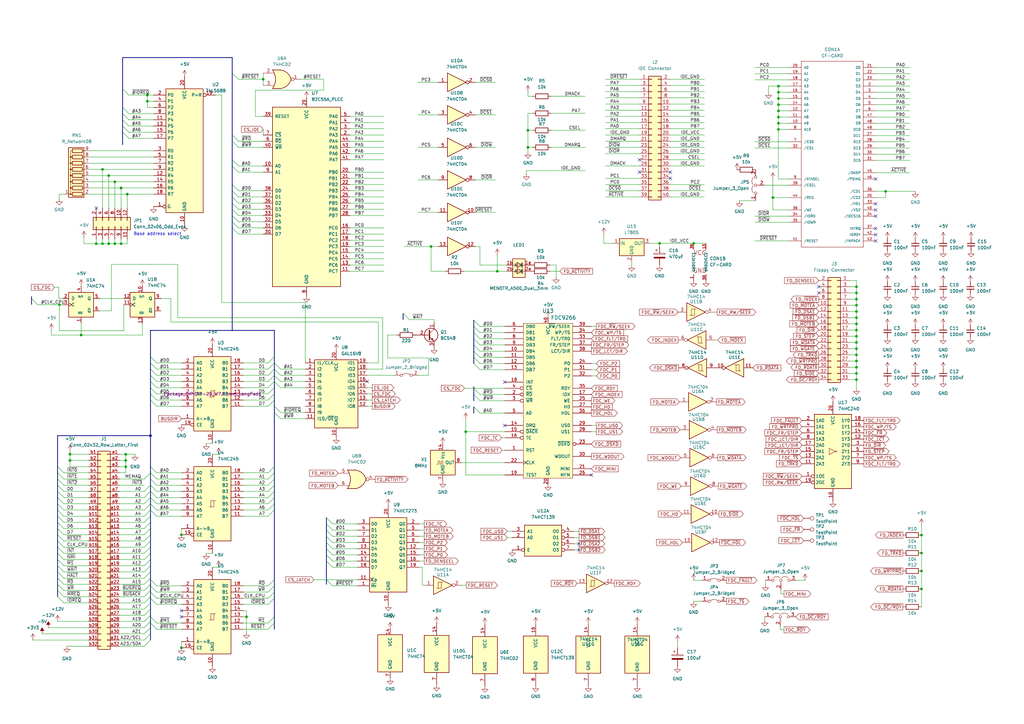
<source format=kicad_sch>
(kicad_sch (version 20211123) (generator eeschema)
  (paper "A3")
  (title_block (title "Z8C - Disk Interface") (comment 1 "IDE & Floppy Interface"))
  (junction (at 351.282 117.602))
  (junction (at 39.497 99.949))
  (junction (at 51.562 186.309))
  (junction (at 216.535 60.452))
  (junction (at 351.282 145.542))
  (junction (at 52.197 79.629))
  (junction (at 51.562 188.849))
  (junction (at 74.422 219.329))
  (junction (at 377.952 219.456))
  (junction (at 363.22 78.486))
  (junction (at 351.282 127.762))
  (junction (at 377.952 226.822))
  (junction (at 351.282 132.842))
  (junction (at 319.278 40.386))
  (junction (at 351.282 155.702))
  (junction (at 61.722 178.689))
  (junction (at 24.384 124.968))
  (junction (at 351.282 150.622))
  (junction (at 42.037 69.469))
  (junction (at 49.657 77.089))
  (junction (at 60.452 38.989))
  (junction (at 74.422 265.684))
  (junction (at 377.952 241.554))
  (junction (at 60.452 41.529))
  (junction (at 319.278 50.546))
  (junction (at 319.278 48.006))
  (junction (at 284.48 99.822))
  (junction (at 319.278 53.086))
  (junction (at 176.784 101.092))
  (junction (at 28.702 186.309))
  (junction (at 42.037 99.949))
  (junction (at 351.282 148.082))
  (junction (at 44.577 99.949))
  (junction (at 351.282 125.222))
  (junction (at 191.008 177.038))
  (junction (at 44.577 72.009))
  (junction (at 319.278 35.306))
  (junction (at 319.278 37.846))
  (junction (at 351.282 135.382))
  (junction (at 351.282 140.462))
  (junction (at 351.282 153.162))
  (junction (at 351.282 122.682))
  (junction (at 319.278 42.926))
  (junction (at 28.702 188.849))
  (junction (at 49.657 99.949))
  (junction (at 33.274 137.414))
  (junction (at 51.562 191.389))
  (junction (at 203.962 111.252))
  (junction (at 351.282 120.142))
  (junction (at 101.092 252.984))
  (junction (at 351.282 143.002))
  (junction (at 351.282 137.922))
  (junction (at 47.117 99.949))
  (junction (at 316.992 81.026))
  (junction (at 107.95 32.512))
  (junction (at 377.952 234.188))
  (junction (at 319.278 45.466))
  (junction (at 270.51 99.822))
  (junction (at 216.535 53.467))
  (junction (at 47.117 74.549))
  (junction (at 351.282 130.302))
  (no_connect (at 274.955 73.152))
  (no_connect (at 274.955 70.612))
  (no_connect (at 359.156 98.806))
  (no_connect (at 74.422 252.984))
  (no_connect (at 74.422 250.444))
  (no_connect (at 359.156 86.106))
  (no_connect (at 359.156 83.566))
  (no_connect (at 237.49 225.552))
  (no_connect (at 237.49 223.012))
  (no_connect (at 359.156 93.726))
  (no_connect (at 359.156 73.406))
  (no_connect (at 39.497 85.344))
  (no_connect (at 359.156 96.266))
  (no_connect (at 262.255 70.612))
  (no_connect (at 262.255 65.532))
  (no_connect (at 335.788 117.602))
  (no_connect (at 335.788 120.142))
  (no_connect (at 207.01 174.498))
  (no_connect (at 207.01 156.718))
  (no_connect (at 359.156 88.646))
  (no_connect (at 150.622 156.464))
  (no_connect (at 242.57 194.818))
  (bus_entry (at 23.622 224.409) (size 2.54 2.54))
  (bus_entry (at 112.522 252.984) (size -2.54 2.54))
  (bus_entry (at 97.79 83.312) (size -2.54 -2.54))
  (bus_entry (at 97.79 93.472) (size -2.54 -2.54))
  (bus_entry (at 112.522 237.744) (size -2.54 2.54))
  (bus_entry (at 61.722 209.169) (size 2.54 2.54))
  (bus_entry (at 23.622 229.489) (size 2.54 2.54))
  (bus_entry (at 61.722 237.744) (size 2.54 2.54))
  (bus_entry (at 64.262 159.004) (size -2.54 -2.54))
  (bus_entry (at 196.85 151.638) (size -2.54 -2.54))
  (bus_entry (at 61.722 226.949) (size -2.54 2.54))
  (bus_entry (at 61.722 257.429) (size -2.54 2.54))
  (bus_entry (at 196.85 144.018) (size -2.54 -2.54))
  (bus_entry (at 50.292 49.149) (size 2.54 2.54))
  (bus_entry (at 196.85 146.558) (size -2.54 -2.54))
  (bus_entry (at 61.722 237.109) (size -2.54 2.54))
  (bus_entry (at 136.398 217.424) (size -2.54 -2.54))
  (bus_entry (at 61.722 201.549) (size 2.54 2.54))
  (bus_entry (at 109.982 148.844) (size 2.54 -2.54))
  (bus_entry (at 61.722 245.364) (size 2.54 2.54))
  (bus_entry (at 97.79 80.772) (size -2.54 -2.54))
  (bus_entry (at 61.722 239.649) (size -2.54 2.54))
  (bus_entry (at 165.354 128.524) (size 2.54 2.54))
  (bus_entry (at 136.398 222.504) (size -2.54 -2.54))
  (bus_entry (at 112.522 209.169) (size -2.54 2.54))
  (bus_entry (at 112.522 196.469) (size -2.54 2.54))
  (bus_entry (at 23.622 244.729) (size 2.54 2.54))
  (bus_entry (at 50.292 36.449) (size 2.54 2.54))
  (bus_entry (at 112.522 156.464) (size 2.54 2.54))
  (bus_entry (at 61.722 254.889) (size -2.54 2.54))
  (bus_entry (at 61.722 221.869) (size -2.54 2.54))
  (bus_entry (at 61.722 255.524) (size 2.54 2.54))
  (bus_entry (at 61.722 206.629) (size 2.54 2.54))
  (bus_entry (at 61.722 234.569) (size -2.54 2.54))
  (bus_entry (at 61.722 262.509) (size -2.54 2.54))
  (bus_entry (at 61.722 191.389) (size 2.54 2.54))
  (bus_entry (at 112.522 191.389) (size -2.54 2.54))
  (bus_entry (at 61.722 249.809) (size -2.54 2.54))
  (bus_entry (at 64.262 153.924) (size -2.54 -2.54))
  (bus_entry (at 61.722 247.269) (size -2.54 2.54))
  (bus_entry (at 95.25 57.912) (size 2.54 2.54))
  (bus_entry (at 23.622 226.949) (size 2.54 2.54))
  (bus_entry (at 61.722 242.189) (size -2.54 2.54))
  (bus_entry (at 112.522 242.824) (size -2.54 2.54))
  (bus_entry (at 112.522 201.549) (size -2.54 2.54))
  (bus_entry (at 112.522 151.384) (size 2.54 2.54))
  (bus_entry (at 112.522 169.164) (size 2.54 2.54))
  (bus_entry (at 26.162 201.549) (size -2.54 -2.54))
  (bus_entry (at 61.722 252.984) (size 2.54 2.54))
  (bus_entry (at 12.954 122.428) (size 2.54 2.54))
  (bus_entry (at 97.79 78.232) (size -2.54 -2.54))
  (bus_entry (at 97.79 88.392) (size -2.54 -2.54))
  (bus_entry (at 61.722 199.009) (size -2.54 2.54))
  (bus_entry (at 109.982 159.004) (size 2.54 -2.54))
  (bus_entry (at 59.182 196.469) (size 2.54 -2.54))
  (bus_entry (at 61.722 252.349) (size -2.54 2.54))
  (bus_entry (at 23.622 191.389) (size 2.54 2.54))
  (bus_entry (at 112.522 166.624) (size 2.54 2.54))
  (bus_entry (at 26.162 214.249) (size -2.54 -2.54))
  (bus_entry (at 109.982 156.464) (size 2.54 -2.54))
  (bus_entry (at 112.522 240.284) (size -2.54 2.54))
  (bus_entry (at 61.722 224.409) (size -2.54 2.54))
  (bus_entry (at 26.162 209.169) (size -2.54 -2.54))
  (bus_entry (at 112.522 148.844) (size 2.54 2.54))
  (bus_entry (at 95.25 29.972) (size 2.54 2.54))
  (bus_entry (at 61.722 244.729) (size -2.54 2.54))
  (bus_entry (at 136.398 219.964) (size -2.54 -2.54))
  (bus_entry (at 109.982 151.384) (size 2.54 -2.54))
  (bus_entry (at 109.982 166.624) (size 2.54 -2.54))
  (bus_entry (at 196.85 138.938) (size -2.54 -2.54))
  (bus_entry (at 64.262 148.844) (size -2.54 -2.54))
  (bus_entry (at 61.722 204.089) (size 2.54 2.54))
  (bus_entry (at 64.262 164.084) (size -2.54 -2.54))
  (bus_entry (at 112.522 153.924) (size 2.54 2.54))
  (bus_entry (at 50.292 46.609) (size 2.54 2.54))
  (bus_entry (at 50.292 44.069) (size 2.54 2.54))
  (bus_entry (at 23.622 193.929) (size 2.54 2.54))
  (bus_entry (at 61.722 209.169) (size -2.54 2.54))
  (bus_entry (at 50.292 54.229) (size 2.54 2.54))
  (bus_entry (at 112.522 199.009) (size -2.54 2.54))
  (bus_entry (at 109.982 164.084) (size 2.54 -2.54))
  (bus_entry (at 26.162 219.329) (size -2.54 -2.54))
  (bus_entry (at 23.622 234.569) (size 2.54 2.54))
  (bus_entry (at 109.982 161.544) (size 2.54 -2.54))
  (bus_entry (at 194.31 166.878) (size 2.54 2.54))
  (bus_entry (at 196.85 136.398) (size -2.54 -2.54))
  (bus_entry (at 26.162 211.709) (size -2.54 -2.54))
  (bus_entry (at 61.722 242.824) (size 2.54 2.54))
  (bus_entry (at 97.79 90.932) (size -2.54 -2.54))
  (bus_entry (at 61.722 232.029) (size -2.54 2.54))
  (bus_entry (at 112.522 245.364) (size -2.54 2.54))
  (bus_entry (at 194.31 159.258) (size 2.54 2.54))
  (bus_entry (at 133.858 237.744) (size 2.54 2.54))
  (bus_entry (at 23.622 237.109) (size 2.54 2.54))
  (bus_entry (at 97.79 85.852) (size -2.54 -2.54))
  (bus_entry (at 196.85 133.858) (size -2.54 -2.54))
  (bus_entry (at 26.162 216.789) (size -2.54 -2.54))
  (bus_entry (at 61.722 229.489) (size -2.54 2.54))
  (bus_entry (at 50.292 51.689) (size 2.54 2.54))
  (bus_entry (at 61.722 199.009) (size 2.54 2.54))
  (bus_entry (at 194.31 161.798) (size 2.54 2.54))
  (bus_entry (at 112.522 206.629) (size -2.54 2.54))
  (bus_entry (at 112.522 255.524) (size -2.54 2.54))
  (bus_entry (at 61.722 204.089) (size -2.54 2.54))
  (bus_entry (at 109.982 153.924) (size 2.54 -2.54))
  (bus_entry (at 61.722 240.284) (size 2.54 2.54))
  (bus_entry (at 26.162 206.629) (size -2.54 -2.54))
  (bus_entry (at 136.398 232.664) (size -2.54 -2.54))
  (bus_entry (at 136.398 214.884) (size -2.54 -2.54))
  (bus_entry (at 61.722 206.629) (size -2.54 2.54))
  (bus_entry (at 196.85 141.478) (size -2.54 -2.54))
  (bus_entry (at 61.722 216.789) (size -2.54 2.54))
  (bus_entry (at 23.622 221.869) (size 2.54 2.54))
  (bus_entry (at 23.622 242.189) (size 2.54 2.54))
  (bus_entry (at 23.622 232.029) (size 2.54 2.54))
  (bus_entry (at 136.398 230.124) (size -2.54 -2.54))
  (bus_entry (at 95.25 65.532) (size 2.54 2.54))
  (bus_entry (at 97.79 96.012) (size -2.54 -2.54))
  (bus_entry (at 61.722 201.549) (size -2.54 2.54))
  (bus_entry (at 112.522 193.929) (size -2.54 2.54))
  (bus_entry (at 61.722 193.929) (size 2.54 2.54))
  (bus_entry (at 95.25 55.372) (size 2.54 2.54))
  (bus_entry (at 136.398 225.044) (size -2.54 -2.54))
  (bus_entry (at 64.262 166.624) (size -2.54 -2.54))
  (bus_entry (at 26.162 204.089) (size -2.54 -2.54))
  (bus_entry (at 64.262 161.544) (size -2.54 -2.54))
  (bus_entry (at 64.262 151.384) (size -2.54 -2.54))
  (bus_entry (at 61.722 259.969) (size -2.54 2.54))
  (bus_entry (at 61.722 214.249) (size -2.54 2.54))
  (bus_entry (at 95.25 68.072) (size 2.54 2.54))
  (bus_entry (at 23.622 196.469) (size 2.54 2.54))
  (bus_entry (at 112.522 204.089) (size -2.54 2.54))
  (bus_entry (at 136.398 227.584) (size -2.54 -2.54))
  (bus_entry (at 23.622 239.649) (size 2.54 2.54))
  (bus_entry (at 61.722 196.469) (size 2.54 2.54))
  (bus_entry (at 196.85 149.098) (size -2.54 -2.54))
  (bus_entry (at 23.622 219.329) (size 2.54 2.54))
  (bus_entry (at 64.262 156.464) (size -2.54 -2.54))
  (bus_entry (at 61.722 211.709) (size -2.54 2.54))
  (bus_entry (at 61.722 219.329) (size -2.54 2.54))
  (wire (pts (xy 373.126 35.306) (xy 359.156 35.306)))
  (wire (pts (xy 208.026 220.472) (xy 210.058 220.472)))
  (wire (pts (xy 109.982 161.544) (xy 99.822 161.544)))
  (wire (pts (xy 59.182 252.349) (xy 49.022 252.349)))
  (wire (pts (xy 176.784 111.252) (xy 176.784 101.092)))
  (bus (pts (xy 61.722 259.969) (xy 61.722 257.429)))
  (wire (pts (xy 115.062 153.924) (xy 125.222 153.924)))
  (wire (pts (xy 323.596 48.006) (xy 319.278 48.006)))
  (wire (pts (xy 196.85 133.858) (xy 207.01 133.858)))
  (wire (pts (xy 159.004 146.812) (xy 175.768 146.812)))
  (bus (pts (xy 50.292 23.622) (xy 95.25 23.622)))
  (wire (pts (xy 315.214 35.306) (xy 319.278 35.306)))
  (wire (pts (xy 373.126 58.166) (xy 359.156 58.166)))
  (wire (pts (xy 64.262 151.384) (xy 74.422 151.384)))
  (wire (pts (xy 189.23 189.738) (xy 207.01 189.738)))
  (bus (pts (xy 61.722 237.109) (xy 61.722 234.569)))
  (wire (pts (xy 313.944 239.776) (xy 313.944 237.998)))
  (wire (pts (xy 109.982 204.089) (xy 99.822 204.089)))
  (wire (pts (xy 64.262 255.524) (xy 74.422 255.524)))
  (wire (pts (xy 87.122 232.664) (xy 89.662 232.664)))
  (wire (pts (xy 247.65 99.822) (xy 251.46 99.822)))
  (wire (pts (xy 24.257 79.629) (xy 24.257 81.534)))
  (wire (pts (xy 190.246 111.252) (xy 203.962 111.252)))
  (bus (pts (xy 61.722 193.929) (xy 61.722 196.469)))
  (wire (pts (xy 49.022 193.929) (xy 51.562 193.929)))
  (wire (pts (xy 175.768 146.812) (xy 175.768 153.924)))
  (bus (pts (xy 112.522 201.549) (xy 112.522 204.089)))
  (wire (pts (xy 348.488 143.002) (xy 351.282 143.002)))
  (wire (pts (xy 45.72 127.508) (xy 45.72 108.458)))
  (wire (pts (xy 40.894 122.428) (xy 50.8 122.428)))
  (wire (pts (xy 109.982 151.384) (xy 99.822 151.384)))
  (wire (pts (xy 351.282 143.002) (xy 351.282 140.462)))
  (wire (pts (xy 28.702 186.309) (xy 36.322 186.309)))
  (bus (pts (xy 112.522 204.089) (xy 112.522 206.629)))
  (wire (pts (xy 348.488 135.382) (xy 351.282 135.382)))
  (wire (pts (xy 90.932 124.079) (xy 125.222 124.079)))
  (wire (pts (xy 162.814 137.414) (xy 159.004 137.414)))
  (wire (pts (xy 72.898 130.302) (xy 156.972 130.302)))
  (wire (pts (xy 216.535 60.452) (xy 216.535 62.357)))
  (wire (pts (xy 59.182 226.949) (xy 49.022 226.949)))
  (wire (pts (xy 216.535 53.467) (xy 216.535 60.452)))
  (wire (pts (xy 64.262 164.084) (xy 74.422 164.084)))
  (bus (pts (xy 95.25 55.372) (xy 95.25 57.912)))
  (wire (pts (xy 218.44 53.467) (xy 216.535 53.467)))
  (wire (pts (xy 104.775 47.752) (xy 107.95 47.752)))
  (wire (pts (xy 28.702 188.849) (xy 28.702 191.389)))
  (wire (pts (xy 274.955 57.912) (xy 288.925 57.912)))
  (bus (pts (xy 23.622 224.409) (xy 23.622 226.949)))
  (wire (pts (xy 64.262 199.009) (xy 74.422 199.009)))
  (bus (pts (xy 61.722 204.089) (xy 61.722 201.549)))
  (wire (pts (xy 40.894 127.508) (xy 45.72 127.508)))
  (wire (pts (xy 351.282 127.762) (xy 351.282 125.222)))
  (wire (pts (xy 97.79 88.392) (xy 107.95 88.392)))
  (wire (pts (xy 26.162 193.929) (xy 36.322 193.929)))
  (wire (pts (xy 64.262 242.824) (xy 74.422 242.824)))
  (wire (pts (xy 59.182 219.329) (xy 49.022 219.329)))
  (wire (pts (xy 28.702 185.039) (xy 28.702 186.309)))
  (bus (pts (xy 194.31 159.258) (xy 194.31 161.798)))
  (wire (pts (xy 373.126 50.546) (xy 359.156 50.546)))
  (wire (pts (xy 351.282 155.702) (xy 351.282 153.162)))
  (wire (pts (xy 248.285 62.992) (xy 262.255 62.992)))
  (wire (pts (xy 49.022 188.849) (xy 51.562 188.849)))
  (wire (pts (xy 33.274 137.414) (xy 58.42 137.414)))
  (wire (pts (xy 196.85 136.398) (xy 207.01 136.398)))
  (bus (pts (xy 61.722 135.509) (xy 61.722 146.304)))
  (wire (pts (xy 377.952 219.456) (xy 377.952 226.822)))
  (wire (pts (xy 70.104 122.428) (xy 70.104 132.08)))
  (bus (pts (xy 61.722 219.329) (xy 61.722 216.789)))
  (wire (pts (xy 49.657 77.089) (xy 62.992 77.089)))
  (bus (pts (xy 112.522 161.544) (xy 112.522 159.004)))
  (bus (pts (xy 50.292 54.229) (xy 50.292 59.309)))
  (wire (pts (xy 143.51 96.012) (xy 157.48 96.012)))
  (wire (pts (xy 59.182 229.489) (xy 49.022 229.489)))
  (wire (pts (xy 244.602 174.498) (xy 242.57 174.498)))
  (bus (pts (xy 61.722 255.524) (xy 61.722 254.889)))
  (bus (pts (xy 95.25 65.532) (xy 95.25 68.072)))
  (wire (pts (xy 244.602 177.038) (xy 242.57 177.038)))
  (wire (pts (xy 97.79 93.472) (xy 107.95 93.472)))
  (bus (pts (xy 23.622 239.649) (xy 23.622 242.189)))
  (wire (pts (xy 97.79 78.232) (xy 107.95 78.232)))
  (wire (pts (xy 288.925 78.232) (xy 274.955 78.232)))
  (wire (pts (xy 173.99 214.884) (xy 171.958 214.884)))
  (bus (pts (xy 50.292 49.149) (xy 50.292 46.609)))
  (wire (pts (xy 319.278 48.006) (xy 319.278 50.546)))
  (wire (pts (xy 143.51 93.472) (xy 157.48 93.472)))
  (wire (pts (xy 363.22 81.026) (xy 363.22 78.486)))
  (wire (pts (xy 274.955 65.532) (xy 288.925 65.532)))
  (bus (pts (xy 50.292 51.689) (xy 50.292 49.149)))
  (wire (pts (xy 274.955 55.372) (xy 288.925 55.372)))
  (wire (pts (xy 26.162 224.409) (xy 36.322 224.409)))
  (wire (pts (xy 26.162 229.489) (xy 36.322 229.489)))
  (wire (pts (xy 323.596 81.026) (xy 316.992 81.026)))
  (wire (pts (xy 313.69 75.946) (xy 323.596 75.946)))
  (wire (pts (xy 348.488 127.762) (xy 351.282 127.762)))
  (wire (pts (xy 194.945 101.092) (xy 196.85 101.092)))
  (wire (pts (xy 59.182 211.709) (xy 49.022 211.709)))
  (wire (pts (xy 330.2 237.998) (xy 326.644 237.998)))
  (wire (pts (xy 36.322 66.929) (xy 62.992 66.929)))
  (wire (pts (xy 52.197 99.949) (xy 52.197 98.044)))
  (wire (pts (xy 309.626 60.706) (xy 323.596 60.706)))
  (bus (pts (xy 112.522 240.284) (xy 112.522 242.824)))
  (wire (pts (xy 288.925 40.132) (xy 274.955 40.132)))
  (wire (pts (xy 136.398 232.664) (xy 146.558 232.664)))
  (wire (pts (xy 348.488 120.142) (xy 351.282 120.142)))
  (bus (pts (xy 194.31 136.398) (xy 194.31 138.938)))
  (wire (pts (xy 143.51 52.832) (xy 157.48 52.832)))
  (wire (pts (xy 173.99 230.124) (xy 171.958 230.124)))
  (wire (pts (xy 288.925 37.592) (xy 274.955 37.592)))
  (wire (pts (xy 26.162 199.009) (xy 36.322 199.009)))
  (wire (pts (xy 97.79 96.012) (xy 107.95 96.012)))
  (wire (pts (xy 49.657 77.089) (xy 49.657 85.344)))
  (wire (pts (xy 373.126 53.086) (xy 359.156 53.086)))
  (wire (pts (xy 348.488 155.702) (xy 351.282 155.702)))
  (wire (pts (xy 136.398 217.424) (xy 146.558 217.424)))
  (wire (pts (xy 218.44 46.482) (xy 216.535 46.482)))
  (wire (pts (xy 42.037 69.469) (xy 42.037 85.344)))
  (wire (pts (xy 216.535 39.497) (xy 216.535 37.592)))
  (bus (pts (xy 61.722 201.549) (xy 61.722 199.009)))
  (wire (pts (xy 62.992 41.529) (xy 60.452 41.529)))
  (wire (pts (xy 52.832 51.689) (xy 62.992 51.689)))
  (bus (pts (xy 61.722 254.889) (xy 61.722 252.984)))
  (wire (pts (xy 59.182 221.869) (xy 49.022 221.869)))
  (wire (pts (xy 33.274 117.348) (xy 33.274 117.221)))
  (wire (pts (xy 136.398 214.884) (xy 146.558 214.884)))
  (wire (pts (xy 107.95 29.972) (xy 107.95 32.512)))
  (wire (pts (xy 351.282 115.062) (xy 351.282 117.602)))
  (wire (pts (xy 70.104 132.08) (xy 155.194 132.08)))
  (wire (pts (xy 123.19 32.512) (xy 132.715 32.512)))
  (wire (pts (xy 143.51 62.992) (xy 157.48 62.992)))
  (wire (pts (xy 26.162 221.869) (xy 36.322 221.869)))
  (wire (pts (xy 143.51 106.172) (xy 157.48 106.172)))
  (wire (pts (xy 284.48 237.998) (xy 287.782 237.998)))
  (wire (pts (xy 99.822 250.444) (xy 101.092 250.444)))
  (wire (pts (xy 24.257 79.629) (xy 26.162 79.629)))
  (wire (pts (xy 152.654 164.084) (xy 150.622 164.084)))
  (wire (pts (xy 152.654 161.544) (xy 150.622 161.544)))
  (bus (pts (xy 112.522 164.084) (xy 112.522 166.624)))
  (wire (pts (xy 59.182 224.409) (xy 49.022 224.409)))
  (wire (pts (xy 64.262 247.904) (xy 74.422 247.904)))
  (bus (pts (xy 61.722 209.169) (xy 61.722 206.629)))
  (bus (pts (xy 95.25 88.392) (xy 95.25 85.852)))
  (wire (pts (xy 240.03 39.497) (xy 226.06 39.497)))
  (bus (pts (xy 61.722 159.004) (xy 61.722 161.544)))
  (wire (pts (xy 64.262 206.629) (xy 74.422 206.629)))
  (wire (pts (xy 348.488 125.222) (xy 351.282 125.222)))
  (wire (pts (xy 377.952 241.554) (xy 377.952 248.92)))
  (wire (pts (xy 99.822 252.984) (xy 101.092 252.984)))
  (wire (pts (xy 373.126 65.786) (xy 359.156 65.786)))
  (wire (pts (xy 26.162 201.549) (xy 36.322 201.549)))
  (wire (pts (xy 244.602 154.178) (xy 242.57 154.178)))
  (wire (pts (xy 59.182 262.509) (xy 49.022 262.509)))
  (bus (pts (xy 112.522 166.624) (xy 112.522 169.164)))
  (bus (pts (xy 133.858 239.649) (xy 133.858 237.744)))
  (wire (pts (xy 26.162 239.649) (xy 36.322 239.649)))
  (wire (pts (xy 348.488 145.542) (xy 351.282 145.542)))
  (wire (pts (xy 348.488 148.082) (xy 351.282 148.082)))
  (bus (pts (xy 61.722 146.304) (xy 61.722 148.844)))
  (wire (pts (xy 373.126 48.006) (xy 359.156 48.006)))
  (wire (pts (xy 44.577 99.949) (xy 47.117 99.949)))
  (bus (pts (xy 23.622 201.549) (xy 23.622 199.009)))
  (wire (pts (xy 49.022 186.309) (xy 51.562 186.309)))
  (bus (pts (xy 194.31 149.098) (xy 194.31 146.558)))
  (wire (pts (xy 52.832 46.609) (xy 62.992 46.609)))
  (wire (pts (xy 49.657 98.044) (xy 49.657 99.949)))
  (wire (pts (xy 173.228 232.664) (xy 171.958 232.664)))
  (wire (pts (xy 182.626 111.252) (xy 176.784 111.252)))
  (wire (pts (xy 87.122 186.309) (xy 89.662 186.309)))
  (wire (pts (xy 26.162 209.169) (xy 36.322 209.169)))
  (wire (pts (xy 248.285 57.912) (xy 262.255 57.912)))
  (wire (pts (xy 52.832 56.769) (xy 62.992 56.769)))
  (wire (pts (xy 47.117 74.549) (xy 62.992 74.549)))
  (wire (pts (xy 36.322 72.009) (xy 44.577 72.009)))
  (wire (pts (xy 208.026 217.932) (xy 210.058 217.932)))
  (wire (pts (xy 143.51 111.252) (xy 157.48 111.252)))
  (wire (pts (xy 24.384 124.968) (xy 25.654 124.968)))
  (wire (pts (xy 59.182 242.189) (xy 49.022 242.189)))
  (wire (pts (xy 143.51 108.712) (xy 157.48 108.712)))
  (wire (pts (xy 109.982 164.084) (xy 99.822 164.084)))
  (bus (pts (xy 61.722 178.689) (xy 61.722 191.389)))
  (wire (pts (xy 132.715 36.957) (xy 132.715 32.512)))
  (wire (pts (xy 59.182 232.029) (xy 49.022 232.029)))
  (wire (pts (xy 248.285 78.232) (xy 262.255 78.232)))
  (bus (pts (xy 133.858 237.744) (xy 133.858 230.124)))
  (wire (pts (xy 44.577 72.009) (xy 62.992 72.009)))
  (wire (pts (xy 49.022 191.389) (xy 51.562 191.389)))
  (wire (pts (xy 309.626 27.686) (xy 323.596 27.686)))
  (wire (pts (xy 36.322 64.389) (xy 62.992 64.389)))
  (wire (pts (xy 284.48 246.634) (xy 287.782 246.634)))
  (wire (pts (xy 351.282 122.682) (xy 351.282 120.142)))
  (wire (pts (xy 109.982 245.364) (xy 99.822 245.364)))
  (wire (pts (xy 171.45 33.782) (xy 179.705 33.782)))
  (wire (pts (xy 205.994 184.658) (xy 207.01 184.658)))
  (wire (pts (xy 143.51 60.452) (xy 157.48 60.452)))
  (wire (pts (xy 109.982 209.169) (xy 99.822 209.169)))
  (wire (pts (xy 225.552 108.712) (xy 228.092 108.712)))
  (bus (pts (xy 50.292 44.069) (xy 50.292 46.609)))
  (bus (pts (xy 61.722 164.084) (xy 61.722 178.689)))
  (wire (pts (xy 136.398 230.124) (xy 146.558 230.124)))
  (wire (pts (xy 97.79 90.932) (xy 107.95 90.932)))
  (wire (pts (xy 109.982 196.469) (xy 99.822 196.469)))
  (wire (pts (xy 152.654 166.624) (xy 150.622 166.624)))
  (wire (pts (xy 294.132 128.016) (xy 293.116 128.016)))
  (bus (pts (xy 165.354 128.524) (xy 165.354 131.064)))
  (wire (pts (xy 248.285 37.592) (xy 262.255 37.592)))
  (wire (pts (xy 173.228 240.03) (xy 173.228 232.664)))
  (wire (pts (xy 150.622 153.924) (xy 161.544 153.924)))
  (bus (pts (xy 61.722 249.809) (xy 61.722 252.349)))
  (wire (pts (xy 228.092 113.538) (xy 228.092 108.712)))
  (wire (pts (xy 248.285 80.772) (xy 262.255 80.772)))
  (wire (pts (xy 309.626 88.646) (xy 323.596 88.646)))
  (wire (pts (xy 23.622 254.889) (xy 36.322 254.889)))
  (wire (pts (xy 115.062 156.464) (xy 125.222 156.464)))
  (bus (pts (xy 61.722 247.269) (xy 61.722 249.809)))
  (bus (pts (xy 61.722 232.029) (xy 61.722 229.489)))
  (wire (pts (xy 59.182 214.249) (xy 49.022 214.249)))
  (wire (pts (xy 196.85 146.558) (xy 207.01 146.558)))
  (wire (pts (xy 36.322 74.549) (xy 47.117 74.549)))
  (wire (pts (xy 136.398 222.504) (xy 146.558 222.504)))
  (bus (pts (xy 23.622 211.709) (xy 23.622 209.169)))
  (bus (pts (xy 133.858 230.124) (xy 133.858 227.584)))
  (wire (pts (xy 173.99 225.044) (xy 171.958 225.044)))
  (wire (pts (xy 240.03 46.482) (xy 226.06 46.482)))
  (wire (pts (xy 97.79 60.452) (xy 107.95 60.452)))
  (wire (pts (xy 49.022 196.469) (xy 59.182 196.469)))
  (bus (pts (xy 50.292 54.229) (xy 50.292 51.689)))
  (wire (pts (xy 49.022 199.009) (xy 59.182 199.009)))
  (wire (pts (xy 351.282 135.382) (xy 351.282 132.842)))
  (wire (pts (xy 26.162 216.789) (xy 36.322 216.789)))
  (wire (pts (xy 97.79 70.612) (xy 107.95 70.612)))
  (wire (pts (xy 173.99 217.424) (xy 171.958 217.424)))
  (bus (pts (xy 194.31 146.558) (xy 194.31 144.018)))
  (wire (pts (xy 196.85 144.018) (xy 207.01 144.018)))
  (bus (pts (xy 61.722 153.924) (xy 61.722 156.464)))
  (wire (pts (xy 26.162 244.729) (xy 36.322 244.729)))
  (wire (pts (xy 101.092 250.444) (xy 101.092 252.984)))
  (wire (pts (xy 288.925 47.752) (xy 274.955 47.752)))
  (wire (pts (xy 60.452 44.069) (xy 60.452 41.529)))
  (wire (pts (xy 59.182 265.049) (xy 49.022 265.049)))
  (wire (pts (xy 115.062 151.384) (xy 125.222 151.384)))
  (wire (pts (xy 26.162 204.089) (xy 36.322 204.089)))
  (wire (pts (xy 351.282 148.082) (xy 351.282 145.542)))
  (wire (pts (xy 191.008 171.958) (xy 191.008 177.038)))
  (wire (pts (xy 373.126 30.226) (xy 359.156 30.226)))
  (bus (pts (xy 23.622 232.029) (xy 23.622 234.569)))
  (wire (pts (xy 143.51 98.552) (xy 157.48 98.552)))
  (wire (pts (xy 59.182 237.109) (xy 49.022 237.109)))
  (wire (pts (xy 47.117 99.949) (xy 47.117 98.044)))
  (wire (pts (xy 26.162 196.469) (xy 36.322 196.469)))
  (bus (pts (xy 61.722 221.869) (xy 61.722 219.329)))
  (wire (pts (xy 24.384 135.636) (xy 50.8 135.636)))
  (wire (pts (xy 248.285 73.152) (xy 262.255 73.152)))
  (bus (pts (xy 61.722 229.489) (xy 61.722 226.949)))
  (wire (pts (xy 351.282 132.842) (xy 351.282 130.302)))
  (wire (pts (xy 64.262 166.624) (xy 74.422 166.624)))
  (wire (pts (xy 288.925 50.292) (xy 274.955 50.292)))
  (wire (pts (xy 52.197 79.629) (xy 52.197 85.344)))
  (wire (pts (xy 237.49 217.932) (xy 235.458 217.932)))
  (wire (pts (xy 247.65 96.012) (xy 247.65 99.822)))
  (wire (pts (xy 42.037 99.949) (xy 42.037 98.044)))
  (bus (pts (xy 112.522 199.009) (xy 112.522 201.549)))
  (wire (pts (xy 207.01 194.818) (xy 191.008 194.818)))
  (wire (pts (xy 64.262 201.549) (xy 74.422 201.549)))
  (wire (pts (xy 373.126 40.386) (xy 359.156 40.386)))
  (wire (pts (xy 321.564 258.318) (xy 320.04 258.318)))
  (wire (pts (xy 64.262 204.089) (xy 74.422 204.089)))
  (wire (pts (xy 52.832 38.989) (xy 60.452 38.989)))
  (wire (pts (xy 178.054 131.064) (xy 178.054 132.334)))
  (wire (pts (xy 17.272 259.969) (xy 36.322 259.969)))
  (bus (pts (xy 61.722 234.569) (xy 61.722 232.029)))
  (wire (pts (xy 196.85 164.338) (xy 207.01 164.338)))
  (wire (pts (xy 143.51 70.612) (xy 157.48 70.612)))
  (wire (pts (xy 323.596 50.546) (xy 319.278 50.546)))
  (wire (pts (xy 143.51 73.152) (xy 157.48 73.152)))
  (wire (pts (xy 42.037 99.949) (xy 44.577 99.949)))
  (wire (pts (xy 74.422 263.144) (xy 74.422 265.684)))
  (bus (pts (xy 61.722 151.384) (xy 61.722 153.924)))
  (wire (pts (xy 203.2 60.452) (xy 194.945 60.452)))
  (wire (pts (xy 288.925 35.052) (xy 274.955 35.052)))
  (wire (pts (xy 284.48 99.822) (xy 289.56 99.822)))
  (wire (pts (xy 203.962 111.252) (xy 203.962 104.648)))
  (wire (pts (xy 84.582 181.864) (xy 87.122 181.864)))
  (wire (pts (xy 27.432 265.049) (xy 36.322 265.049)))
  (wire (pts (xy 167.894 131.064) (xy 178.054 131.064)))
  (wire (pts (xy 248.285 68.072) (xy 262.255 68.072)))
  (wire (pts (xy 248.285 75.692) (xy 262.255 75.692)))
  (wire (pts (xy 59.182 239.649) (xy 49.022 239.649)))
  (wire (pts (xy 373.126 42.926) (xy 359.156 42.926)))
  (wire (pts (xy 274.955 62.992) (xy 288.925 62.992)))
  (wire (pts (xy 323.596 45.466) (xy 319.278 45.466)))
  (wire (pts (xy 294.386 139.446) (xy 293.37 139.446)))
  (wire (pts (xy 143.51 55.372) (xy 157.48 55.372)))
  (wire (pts (xy 36.322 61.849) (xy 62.992 61.849)))
  (bus (pts (xy 61.722 245.364) (xy 61.722 244.729)))
  (wire (pts (xy 205.74 179.578) (xy 207.01 179.578)))
  (wire (pts (xy 377.952 215.392) (xy 377.952 219.456)))
  (wire (pts (xy 351.282 159.258) (xy 351.282 155.702)))
  (wire (pts (xy 191.008 177.038) (xy 191.008 194.818)))
  (wire (pts (xy 64.262 240.284) (xy 74.422 240.284)))
  (bus (pts (xy 112.522 206.629) (xy 112.522 209.169)))
  (wire (pts (xy 47.117 74.549) (xy 47.117 85.344)))
  (wire (pts (xy 196.85 108.712) (xy 207.772 108.712)))
  (wire (pts (xy 277.876 265.684) (xy 277.876 263.144)))
  (wire (pts (xy 59.182 204.089) (xy 49.022 204.089)))
  (wire (pts (xy 171.45 87.122) (xy 179.705 87.122)))
  (wire (pts (xy 143.51 101.092) (xy 157.48 101.092)))
  (wire (pts (xy 373.126 70.866) (xy 359.156 70.866)))
  (wire (pts (xy 26.162 234.569) (xy 36.322 234.569)))
  (wire (pts (xy 143.51 65.532) (xy 157.48 65.532)))
  (wire (pts (xy 26.162 219.329) (xy 36.322 219.329)))
  (wire (pts (xy 373.126 27.686) (xy 359.156 27.686)))
  (wire (pts (xy 125.222 124.079) (xy 125.222 148.844)))
  (wire (pts (xy 143.51 85.852) (xy 157.48 85.852)))
  (wire (pts (xy 319.278 73.406) (xy 323.596 73.406)))
  (wire (pts (xy 59.182 257.429) (xy 49.022 257.429)))
  (bus (pts (xy 61.722 211.709) (xy 61.722 209.169)))
  (wire (pts (xy 107.95 53.086) (xy 107.95 55.372)))
  (wire (pts (xy 173.99 222.504) (xy 171.958 222.504)))
  (bus (pts (xy 61.722 247.269) (xy 61.722 245.364)))
  (wire (pts (xy 90.932 38.989) (xy 88.392 38.989)))
  (wire (pts (xy 60.452 41.529) (xy 60.452 38.989)))
  (wire (pts (xy 36.322 79.629) (xy 52.197 79.629)))
  (wire (pts (xy 109.982 159.004) (xy 99.822 159.004)))
  (wire (pts (xy 26.162 242.189) (xy 36.322 242.189)))
  (wire (pts (xy 319.278 35.306) (xy 319.278 37.846)))
  (wire (pts (xy 309.626 98.806) (xy 323.596 98.806)))
  (wire (pts (xy 109.982 242.824) (xy 99.822 242.824)))
  (wire (pts (xy 101.092 252.984) (xy 101.092 259.334)))
  (wire (pts (xy 248.285 47.752) (xy 262.255 47.752)))
  (wire (pts (xy 373.126 55.626) (xy 359.156 55.626)))
  (wire (pts (xy 377.952 226.822) (xy 377.952 234.188)))
  (wire (pts (xy 196.85 161.798) (xy 207.01 161.798)))
  (bus (pts (xy 112.522 209.169) (xy 112.522 237.744)))
  (bus (pts (xy 50.292 36.449) (xy 50.292 23.749)))
  (bus (pts (xy 50.292 36.449) (xy 50.292 44.069)))
  (bus (pts (xy 12.954 121.666) (xy 12.954 122.428)))
  (wire (pts (xy 64.262 148.844) (xy 74.422 148.844)))
  (bus (pts (xy 194.31 144.018) (xy 194.31 141.478)))
  (bus (pts (xy 23.622 216.789) (xy 23.622 219.329)))
  (bus (pts (xy 61.722 237.109) (xy 61.722 237.744)))
  (wire (pts (xy 64.262 258.064) (xy 74.422 258.064)))
  (wire (pts (xy 51.562 188.849) (xy 51.562 186.309)))
  (wire (pts (xy 171.45 60.452) (xy 179.705 60.452)))
  (wire (pts (xy 115.062 171.704) (xy 125.222 171.704)))
  (bus (pts (xy 23.622 219.329) (xy 23.622 221.869)))
  (wire (pts (xy 152.654 159.004) (xy 150.622 159.004)))
  (bus (pts (xy 95.25 68.072) (xy 95.25 75.692)))
  (wire (pts (xy 72.898 108.458) (xy 72.898 130.302)))
  (wire (pts (xy 109.982 166.624) (xy 99.822 166.624)))
  (wire (pts (xy 59.182 216.789) (xy 49.022 216.789)))
  (wire (pts (xy 59.182 254.889) (xy 49.022 254.889)))
  (wire (pts (xy 97.79 80.772) (xy 107.95 80.772)))
  (wire (pts (xy 97.79 57.912) (xy 107.95 57.912)))
  (bus (pts (xy 95.25 78.232) (xy 95.25 80.772)))
  (wire (pts (xy 313.69 254.254) (xy 313.69 252.984)))
  (wire (pts (xy 348.488 117.602) (xy 351.282 117.602)))
  (bus (pts (xy 61.722 191.389) (xy 61.722 193.929)))
  (wire (pts (xy 303.276 82.296) (xy 309.88 82.296)))
  (wire (pts (xy 64.262 245.364) (xy 74.422 245.364)))
  (bus (pts (xy 23.622 229.489) (xy 23.622 232.029)))
  (wire (pts (xy 218.44 60.452) (xy 216.535 60.452)))
  (wire (pts (xy 351.282 137.922) (xy 351.282 135.382)))
  (wire (pts (xy 97.79 68.072) (xy 107.95 68.072)))
  (wire (pts (xy 136.398 219.964) (xy 146.558 219.964)))
  (wire (pts (xy 143.51 75.692) (xy 157.48 75.692)))
  (wire (pts (xy 196.85 138.938) (xy 207.01 138.938)))
  (wire (pts (xy 171.45 47.117) (xy 179.705 47.117)))
  (wire (pts (xy 74.422 216.789) (xy 74.422 219.329)))
  (wire (pts (xy 143.51 57.912) (xy 157.48 57.912)))
  (bus (pts (xy 133.858 217.424) (xy 133.858 219.964)))
  (bus (pts (xy 23.622 206.629) (xy 23.622 204.089)))
  (wire (pts (xy 309.626 32.766) (xy 323.596 32.766)))
  (bus (pts (xy 194.31 166.878) (xy 194.31 169.418)))
  (bus (pts (xy 112.522 146.304) (xy 112.522 148.844)))
  (wire (pts (xy 229.616 111.252) (xy 225.552 111.252)))
  (bus (pts (xy 112.522 193.929) (xy 112.522 196.469)))
  (wire (pts (xy 348.488 140.462) (xy 351.282 140.462)))
  (wire (pts (xy 351.282 140.462) (xy 351.282 137.922)))
  (wire (pts (xy 60.452 38.989) (xy 62.992 38.989)))
  (bus (pts (xy 61.722 196.469) (xy 61.722 199.009)))
  (bus (pts (xy 61.722 257.429) (xy 61.722 255.524)))
  (bus (pts (xy 12.954 122.428) (xy 12.954 124.841)))
  (wire (pts (xy 248.285 52.832) (xy 262.255 52.832)))
  (wire (pts (xy 59.182 209.169) (xy 49.022 209.169)))
  (wire (pts (xy 274.955 60.452) (xy 288.925 60.452)))
  (wire (pts (xy 244.602 151.638) (xy 242.57 151.638)))
  (wire (pts (xy 309.626 58.166) (xy 323.596 58.166)))
  (wire (pts (xy 359.156 78.486) (xy 363.22 78.486)))
  (wire (pts (xy 19.812 257.429) (xy 36.322 257.429)))
  (bus (pts (xy 61.722 242.824) (xy 61.722 244.729)))
  (wire (pts (xy 59.182 259.969) (xy 49.022 259.969)))
  (wire (pts (xy 320.294 243.586) (xy 320.294 241.808)))
  (wire (pts (xy 165.735 101.092) (xy 176.784 101.092)))
  (wire (pts (xy 240.03 60.452) (xy 226.06 60.452)))
  (wire (pts (xy 64.262 156.464) (xy 74.422 156.464)))
  (bus (pts (xy 23.622 178.689) (xy 23.622 191.389)))
  (wire (pts (xy 45.72 108.458) (xy 72.898 108.458)))
  (wire (pts (xy 237.49 220.472) (xy 235.458 220.472)))
  (wire (pts (xy 26.162 237.109) (xy 36.322 237.109)))
  (wire (pts (xy 39.497 98.044) (xy 39.497 99.949)))
  (wire (pts (xy 159.004 137.414) (xy 159.004 146.812)))
  (wire (pts (xy 36.322 69.469) (xy 42.037 69.469)))
  (wire (pts (xy 196.85 169.418) (xy 207.01 169.418)))
  (wire (pts (xy 316.992 73.406) (xy 316.992 81.026)))
  (wire (pts (xy 33.274 132.588) (xy 33.274 137.414)))
  (wire (pts (xy 176.784 101.092) (xy 179.705 101.092)))
  (wire (pts (xy 191.008 177.038) (xy 207.01 177.038)))
  (wire (pts (xy 109.982 156.464) (xy 99.822 156.464)))
  (bus (pts (xy 194.31 158.623) (xy 194.31 159.258)))
  (bus (pts (xy 194.31 131.318) (xy 194.31 133.858)))
  (wire (pts (xy 59.182 249.809) (xy 49.022 249.809)))
  (wire (pts (xy 270.51 99.822) (xy 284.48 99.822)))
  (bus (pts (xy 61.722 148.844) (xy 61.722 151.384)))
  (bus (pts (xy 95.25 93.472) (xy 95.25 135.636)))
  (wire (pts (xy 348.488 137.922) (xy 351.282 137.922)))
  (bus (pts (xy 61.722 135.509) (xy 112.522 135.509)))
  (wire (pts (xy 34.417 97.409) (xy 34.417 99.949)))
  (bus (pts (xy 112.522 151.384) (xy 112.522 148.844)))
  (wire (pts (xy 248.285 60.452) (xy 262.255 60.452)))
  (bus (pts (xy 61.722 259.969) (xy 61.722 262.509)))
  (bus (pts (xy 61.722 156.464) (xy 61.722 159.004)))
  (wire (pts (xy 26.162 214.249) (xy 36.322 214.249)))
  (bus (pts (xy 61.722 237.744) (xy 61.722 239.649)))
  (wire (pts (xy 321.564 243.586) (xy 320.294 243.586)))
  (wire (pts (xy 59.182 201.549) (xy 49.022 201.549)))
  (wire (pts (xy 26.162 226.949) (xy 36.322 226.949)))
  (wire (pts (xy 59.182 206.629) (xy 49.022 206.629)))
  (bus (pts (xy 133.858 227.584) (xy 133.858 225.044)))
  (wire (pts (xy 51.562 191.389) (xy 51.562 188.849)))
  (wire (pts (xy 50.8 135.636) (xy 50.8 124.968)))
  (bus (pts (xy 95.25 23.622) (xy 95.25 29.972)))
  (wire (pts (xy 351.282 153.162) (xy 351.282 150.622)))
  (wire (pts (xy 59.182 247.269) (xy 49.022 247.269)))
  (wire (pts (xy 319.278 45.466) (xy 319.278 48.006)))
  (wire (pts (xy 248.285 40.132) (xy 262.255 40.132)))
  (bus (pts (xy 23.622 214.249) (xy 23.622 211.709)))
  (bus (pts (xy 194.31 133.858) (xy 194.31 136.398)))
  (wire (pts (xy 109.982 240.284) (xy 99.822 240.284)))
  (wire (pts (xy 24.13 122.428) (xy 25.654 122.428)))
  (bus (pts (xy 23.622 226.949) (xy 23.622 229.489)))
  (wire (pts (xy 359.156 81.026) (xy 363.22 81.026)))
  (wire (pts (xy 109.982 247.904) (xy 99.822 247.904)))
  (wire (pts (xy 51.562 186.309) (xy 55.372 186.309)))
  (wire (pts (xy 136.398 240.284) (xy 146.558 240.284)))
  (wire (pts (xy 203.2 47.117) (xy 194.945 47.117)))
  (wire (pts (xy 348.488 122.682) (xy 351.282 122.682)))
  (wire (pts (xy 248.285 42.672) (xy 262.255 42.672)))
  (wire (pts (xy 26.162 247.269) (xy 36.322 247.269)))
  (bus (pts (xy 61.722 224.409) (xy 61.722 221.869)))
  (wire (pts (xy 97.79 32.512) (xy 107.95 32.512)))
  (bus (pts (xy 112.522 169.164) (xy 112.522 191.389)))
  (wire (pts (xy 66.04 122.428) (xy 70.104 122.428)))
  (wire (pts (xy 143.51 103.632) (xy 157.48 103.632)))
  (wire (pts (xy 109.982 206.629) (xy 99.822 206.629)))
  (wire (pts (xy 196.85 151.638) (xy 207.01 151.638)))
  (bus (pts (xy 95.25 85.852) (xy 95.25 83.312)))
  (wire (pts (xy 109.982 255.524) (xy 99.822 255.524)))
  (wire (pts (xy 59.182 234.569) (xy 49.022 234.569)))
  (wire (pts (xy 288.925 42.672) (xy 274.955 42.672)))
  (wire (pts (xy 28.702 188.849) (xy 28.702 186.309)))
  (wire (pts (xy 107.95 32.512) (xy 107.95 35.052)))
  (wire (pts (xy 373.126 45.466) (xy 359.156 45.466)))
  (wire (pts (xy 136.398 227.584) (xy 146.558 227.584)))
  (wire (pts (xy 143.51 78.232) (xy 157.48 78.232)))
  (wire (pts (xy 377.952 234.188) (xy 377.952 241.554)))
  (bus (pts (xy 61.722 161.544) (xy 61.722 164.084)))
  (wire (pts (xy 316.992 86.106) (xy 316.992 81.026)))
  (wire (pts (xy 52.832 54.229) (xy 62.992 54.229)))
  (bus (pts (xy 133.858 214.884) (xy 133.858 217.424)))
  (wire (pts (xy 24.13 117.856) (xy 24.13 122.428)))
  (bus (pts (xy 194.31 141.478) (xy 194.31 138.938)))
  (wire (pts (xy 309.626 91.186) (xy 323.596 91.186)))
  (wire (pts (xy 237.49 223.012) (xy 235.458 223.012)))
  (wire (pts (xy 64.262 196.469) (xy 74.422 196.469)))
  (wire (pts (xy 288.925 45.212) (xy 274.955 45.212)))
  (wire (pts (xy 215.9 69.977) (xy 240.03 69.977)))
  (bus (pts (xy 61.722 242.189) (xy 61.722 242.824)))
  (wire (pts (xy 194.31 159.258) (xy 207.01 159.258)))
  (wire (pts (xy 97.79 83.312) (xy 107.95 83.312)))
  (bus (pts (xy 95.25 75.692) (xy 95.25 78.232)))
  (wire (pts (xy 49.657 99.949) (xy 52.197 99.949)))
  (wire (pts (xy 373.126 32.766) (xy 359.156 32.766)))
  (wire (pts (xy 216.535 46.482) (xy 216.535 53.467)))
  (wire (pts (xy 262.255 55.372) (xy 248.285 55.372)))
  (bus (pts (xy 112.522 255.524) (xy 112.522 258.064)))
  (wire (pts (xy 351.282 145.542) (xy 351.282 143.002)))
  (wire (pts (xy 26.162 232.029) (xy 36.322 232.029)))
  (bus (pts (xy 112.522 153.924) (xy 112.522 151.384)))
  (bus (pts (xy 194.31 161.798) (xy 194.31 164.338)))
  (wire (pts (xy 351.282 150.622) (xy 351.282 148.082)))
  (wire (pts (xy 270.51 99.822) (xy 270.51 101.092)))
  (wire (pts (xy 59.182 244.729) (xy 49.022 244.729)))
  (wire (pts (xy 21.082 137.414) (xy 33.274 137.414)))
  (wire (pts (xy 104.775 47.752) (xy 104.775 36.957)))
  (wire (pts (xy 373.126 60.706) (xy 359.156 60.706)))
  (wire (pts (xy 104.775 36.957) (xy 132.715 36.957)))
  (wire (pts (xy 319.278 50.546) (xy 319.278 53.086)))
  (wire (pts (xy 22.352 117.856) (xy 24.13 117.856)))
  (wire (pts (xy 143.51 80.772) (xy 157.48 80.772)))
  (wire (pts (xy 323.596 42.926) (xy 319.278 42.926)))
  (wire (pts (xy 44.577 72.009) (xy 44.577 85.344)))
  (wire (pts (xy 203.2 73.787) (xy 194.945 73.787)))
  (wire (pts (xy 136.398 225.044) (xy 146.558 225.044)))
  (bus (pts (xy 95.25 29.972) (xy 95.25 55.245)))
  (bus (pts (xy 112.522 191.389) (xy 112.522 193.929)))
  (bus (pts (xy 112.522 196.469) (xy 112.522 199.009)))
  (bus (pts (xy 23.622 237.109) (xy 23.622 239.649)))
  (wire (pts (xy 203.2 87.122) (xy 194.945 87.122)))
  (wire (pts (xy 266.7 99.822) (xy 270.51 99.822)))
  (wire (pts (xy 173.99 240.03) (xy 173.228 240.03)))
  (wire (pts (xy 248.285 50.292) (xy 262.255 50.292)))
  (wire (pts (xy 155.194 132.08) (xy 155.194 148.844)))
  (wire (pts (xy 109.982 199.009) (xy 99.822 199.009)))
  (wire (pts (xy 218.44 39.497) (xy 216.535 39.497)))
  (wire (pts (xy 351.282 130.302) (xy 351.282 127.762)))
  (wire (pts (xy 64.262 161.544) (xy 74.422 161.544)))
  (bus (pts (xy 112.522 156.464) (xy 112.522 153.924)))
  (wire (pts (xy 190.5 159.258) (xy 194.31 159.258)))
  (bus (pts (xy 112.522 135.509) (xy 112.522 146.304)))
  (wire (pts (xy 58.42 137.414) (xy 58.42 132.588)))
  (wire (pts (xy 90.932 38.989) (xy 90.932 124.079)))
  (bus (pts (xy 23.622 209.169) (xy 23.622 206.629)))
  (bus (pts (xy 112.522 245.364) (xy 112.522 252.984)))
  (wire (pts (xy 109.982 211.709) (xy 99.822 211.709)))
  (wire (pts (xy 248.285 45.212) (xy 262.255 45.212)))
  (bus (pts (xy 133.858 212.344) (xy 133.858 214.884)))
  (wire (pts (xy 319.278 53.086) (xy 319.278 73.406)))
  (wire (pts (xy 319.278 53.086) (xy 323.596 53.086)))
  (wire (pts (xy 64.262 193.929) (xy 74.422 193.929)))
  (wire (pts (xy 173.99 219.964) (xy 171.958 219.964)))
  (wire (pts (xy 348.488 153.162) (xy 351.282 153.162)))
  (bus (pts (xy 112.522 252.984) (xy 112.522 255.524)))
  (bus (pts (xy 23.622 204.089) (xy 23.622 201.549)))
  (bus (pts (xy 112.522 242.824) (xy 112.522 245.364)))
  (wire (pts (xy 348.488 150.622) (xy 351.282 150.622)))
  (wire (pts (xy 26.162 206.629) (xy 36.322 206.629)))
  (bus (pts (xy 95.25 93.472) (xy 95.25 90.932)))
  (wire (pts (xy 115.062 159.004) (xy 125.222 159.004)))
  (bus (pts (xy 61.722 240.284) (xy 61.722 242.189)))
  (wire (pts (xy 237.49 225.552) (xy 235.458 225.552)))
  (bus (pts (xy 112.522 164.084) (xy 112.522 161.544)))
  (bus (pts (xy 61.722 216.789) (xy 61.722 214.249)))
  (wire (pts (xy 248.285 35.052) (xy 262.255 35.052)))
  (wire (pts (xy 173.99 227.584) (xy 171.958 227.584)))
  (wire (pts (xy 203.2 33.782) (xy 194.945 33.782)))
  (wire (pts (xy 109.982 201.549) (xy 99.822 201.549)))
  (wire (pts (xy 52.832 49.149) (xy 62.992 49.149)))
  (wire (pts (xy 348.488 132.842) (xy 351.282 132.842)))
  (wire (pts (xy 155.194 148.844) (xy 150.622 148.844)))
  (wire (pts (xy 62.992 44.069) (xy 60.452 44.069)))
  (bus (pts (xy 133.858 222.504) (xy 133.858 219.964)))
  (wire (pts (xy 323.596 35.306) (xy 319.278 35.306)))
  (wire (pts (xy 351.282 120.142) (xy 351.282 117.602)))
  (wire (pts (xy 21.082 135.382) (xy 21.082 137.414)))
  (wire (pts (xy 244.602 133.858) (xy 242.57 133.858)))
  (wire (pts (xy 373.126 37.846) (xy 359.156 37.846)))
  (wire (pts (xy 215.9 69.977) (xy 215.9 71.247)))
  (wire (pts (xy 64.262 211.709) (xy 74.422 211.709)))
  (wire (pts (xy 143.51 83.312) (xy 157.48 83.312)))
  (wire (pts (xy 191.262 240.03) (xy 189.23 240.03)))
  (wire (pts (xy 51.562 193.929) (xy 51.562 191.389)))
  (wire (pts (xy 319.278 42.926) (xy 319.278 45.466)))
  (wire (pts (xy 196.85 149.098) (xy 207.01 149.098)))
  (bus (pts (xy 61.722 239.649) (xy 61.722 240.284)))
  (wire (pts (xy 109.982 258.064) (xy 99.822 258.064)))
  (bus (pts (xy 112.522 159.004) (xy 112.522 156.464)))
  (bus (pts (xy 23.622 196.469) (xy 23.622 199.009)))
  (bus (pts (xy 95.25 80.772) (xy 95.25 83.312)))
  (wire (pts (xy 315.214 37.846) (xy 315.214 35.306)))
  (wire (pts (xy 348.488 130.302) (xy 351.282 130.302)))
  (wire (pts (xy 288.925 75.692) (xy 274.955 75.692)))
  (wire (pts (xy 28.702 191.389) (xy 36.322 191.389)))
  (bus (pts (xy 23.622 191.389) (xy 23.622 193.929)))
  (bus (pts (xy 95.25 90.932) (xy 95.25 88.392)))
  (wire (pts (xy 64.262 159.004) (xy 74.422 159.004)))
  (bus (pts (xy 112.522 237.744) (xy 112.522 240.284)))
  (wire (pts (xy 274.955 68.072) (xy 288.925 68.072)))
  (wire (pts (xy 240.03 53.467) (xy 226.06 53.467)))
  (wire (pts (xy 196.85 141.478) (xy 207.01 141.478)))
  (wire (pts (xy 196.85 101.092) (xy 196.85 108.712)))
  (wire (pts (xy 13.462 262.509) (xy 36.322 262.509)))
  (wire (pts (xy 320.04 258.318) (xy 320.04 256.794)))
  (bus (pts (xy 23.622 242.189) (xy 23.622 244.729)))
  (bus (pts (xy 61.722 226.949) (xy 61.722 224.409)))
  (wire (pts (xy 34.417 99.949) (xy 39.497 99.949)))
  (wire (pts (xy 274.955 80.772) (xy 288.925 80.772)))
  (bus (pts (xy 23.622 216.789) (xy 23.622 214.249)))
  (wire (pts (xy 109.982 148.844) (xy 99.822 148.844)))
  (bus (pts (xy 95.25 58.039) (xy 95.25 65.532)))
  (wire (pts (xy 175.768 153.924) (xy 171.704 153.924)))
  (wire (pts (xy 244.602 149.098) (xy 242.57 149.098)))
  (wire (pts (xy 323.596 86.106) (xy 316.992 86.106)))
  (wire (pts (xy 156.972 151.384) (xy 150.622 151.384)))
  (wire (pts (xy 319.278 40.386) (xy 319.278 42.926)))
  (wire (pts (xy 143.51 47.752) (xy 157.48 47.752)))
  (wire (pts (xy 274.955 32.512) (xy 288.925 32.512)))
  (wire (pts (xy 323.596 40.386) (xy 319.278 40.386)))
  (wire (pts (xy 351.282 125.222) (xy 351.282 122.682)))
  (wire (pts (xy 115.062 169.164) (xy 125.222 169.164)))
  (wire (pts (xy 15.494 124.968) (xy 24.384 124.968)))
  (wire (pts (xy 36.322 188.849) (xy 28.702 188.849)))
  (bus (pts (xy 23.622 178.689) (xy 61.722 178.689)))
  (wire (pts (xy 26.162 211.709) (xy 36.322 211.709)))
  (wire (pts (xy 363.22 78.486) (xy 375.412 78.486)))
  (wire (pts (xy 84.582 226.949) (xy 87.122 226.949)))
  (wire (pts (xy 39.497 99.949) (xy 42.037 99.949)))
  (wire (pts (xy 319.278 37.846) (xy 319.278 40.386)))
  (wire (pts (xy 42.037 69.469) (xy 62.992 69.469)))
  (wire (pts (xy 309.626 30.226) (xy 323.596 30.226)))
  (wire (pts (xy 171.45 73.787) (xy 179.705 73.787)))
  (wire (pts (xy 36.322 77.089) (xy 49.657 77.089)))
  (wire (pts (xy 348.488 115.062) (xy 351.282 115.062)))
  (wire (pts (xy 278.13 128.016) (xy 277.876 128.016)))
  (wire (pts (xy 373.126 63.246) (xy 359.156 63.246)))
  (bus (pts (xy 23.622 221.869) (xy 23.622 224.409)))
  (bus (pts (xy 61.722 214.249) (xy 61.722 211.709)))
  (wire (pts (xy 64.262 153.924) (xy 74.422 153.924)))
  (wire (pts (xy 109.982 193.929) (xy 99.822 193.929)))
  (wire (pts (xy 97.79 85.852) (xy 107.95 85.852)))
  (wire (pts (xy 156.972 130.302) (xy 156.972 151.384)))
  (bus (pts (xy 23.622 193.929) (xy 23.622 196.469)))
  (wire (pts (xy 133.858 237.744) (xy 146.558 237.744)))
  (wire (pts (xy 143.51 50.292) (xy 157.48 50.292)))
  (bus (pts (xy 23.622 234.569) (xy 23.622 237.109)))
  (wire (pts (xy 52.197 79.629) (xy 62.992 79.629)))
  (wire (pts (xy 24.384 124.968) (xy 24.384 135.636)))
  (wire (pts (xy 288.925 52.832) (xy 274.955 52.832)))
  (wire (pts (xy 64.262 209.169) (xy 74.422 209.169)))
  (wire (pts (xy 259.08 107.442) (xy 259.08 108.712)))
  (wire (pts (xy 109.982 153.924) (xy 99.822 153.924)))
  (wire (pts (xy 323.596 37.846) (xy 319.278 37.846)))
  (wire (pts (xy 248.285 32.512) (xy 262.255 32.512)))
  (bus (pts (xy 133.858 225.044) (xy 133.858 222.504)))
  (bus (pts (xy 61.722 206.629) (xy 61.722 204.089)))
  (wire (pts (xy 44.577 99.949) (xy 44.577 98.044)))
  (wire (pts (xy 143.51 88.392) (xy 157.48 88.392)))
  (wire (pts (xy 128.778 237.744) (xy 133.858 237.744)))
  (wire (pts (xy 47.117 99.949) (xy 49.657 99.949)))
  (wire (pts (xy 203.962 111.252) (xy 207.772 111.252)))
  (bus (pts (xy 61.722 252.984) (xy 61.722 252.349)))
  (text "Base address select" (at 54.737 96.774 0) (effects (font (size 1.27 1.27)) (justify left bottom)))
  (label "~{WAIT}" (at 169.164 131.064 0))
  (label "~{DRESET}" (at 250.19 32.512 0))
  (label "#D5" (at 198.12 146.558 0))
  (label "A21" (at 57.912 259.969 180))
  (label "PB5" (at 371.221 60.706 180))
  (label "D0" (at 108.712 148.844 180))
  (label "#D7" (at 99.06 96.012 0))
  (label "A20" (at 57.912 257.429 180))
  (label "~{#IOREQ}" (at 54.102 38.989 0))
  (label "#A7" (at 54.102 56.769 0))
  (label "~{DIOW}" (at 310.896 91.186 0))
  (label "A2" (at 57.912 206.629 180))
  (label "~{INT2}" (at 27.432 199.009 0))
  (label "#A5" (at 54.102 51.689 0))
  (label "~{NMI}" (at 27.432 229.489 0))
  (label "#D3" (at 99.06 85.852 0))
  (label "PB6" (at 145.415 85.852 0))
  (label "~{ACTIVE}" (at 249.555 80.772 0))
  (label "A0" (at 108.712 193.929 180))
  (label "~{DIOW}" (at 201.93 60.452 180))
  (label "PB5" (at 287.02 47.752 180))
  (label "#D1" (at 65.532 151.384 0))
  (label "#A3" (at 54.102 46.609 0))
  (label "A7" (at 108.712 211.709 180))
  (label "#A0" (at 99.06 68.072 0))
  (label "A7" (at 57.912 219.329 180))
  (label "DMARQ" (at 250.19 57.912 0))
  (label "#D2" (at 137.668 219.964 0))
  (label "~{RD}" (at 108.712 240.284 180))
  (label "~{WR}" (at 108.712 242.824 180))
  (label "A4" (at 57.912 211.709 180))
  (label "PA4" (at 250.19 42.672 0))
  (label "PB3" (at 371.221 55.626 180))
  (label "~{#RESET}" (at 65.532 258.064 0))
  (label "~{DCS1}" (at 201.93 47.117 180))
  (label "D6" (at 108.712 164.084 180))
  (label "PB2" (at 145.415 75.692 0))
  (label "~{DIOR}" (at 249.555 62.992 0))
  (label "A22{slash}SCL" (at 57.912 262.509 180))
  (label "PB4" (at 145.415 80.772 0))
  (label "PC4" (at 145.415 103.632 0))
  (label "PB3" (at 145.415 78.232 0))
  (label "#D6" (at 65.532 164.084 0))
  (label "D1" (at 108.712 151.384 180))
  (label "PA6" (at 145.415 62.992 0))
  (label "A2" (at 108.712 199.009 180))
  (label "#D1" (at 198.12 136.398 0))
  (label "#D6" (at 198.12 149.098 0))
  (label "A3" (at 108.712 201.549 180))
  (label "A6" (at 108.712 209.169 180))
  (label "#A4" (at 65.532 204.089 0))
  (label "IDE_GND" (at 287.02 32.512 180))
  (label "PA1" (at 250.19 50.292 0))
  (label "IDE_VCC" (at 287.02 55.372 180))
  (label "PA7" (at 371.221 45.466 180))
  (label "A15" (at 57.912 239.649 180))
  (label "D4" (at 108.712 159.004 180))
  (label "~{DCS0}" (at 201.93 33.782 180))
  (label "CLK_CPU" (at 108.712 245.364 180))
  (label "#D7" (at 137.668 232.664 0))
  (label "PB7" (at 371.221 65.786 180))
  (label "PA2" (at 371.221 32.766 180))
  (label "~{ACTIVE}" (at 167.005 101.092 0))
  (label "A5" (at 57.912 214.249 180))
  (label "A10" (at 57.912 226.949 180))
  (label "PB6" (at 371.221 63.246 180))
  (label "PC5" (at 145.415 106.172 0))
  (label "A9" (at 57.912 224.409 180))
  (label "~{#IOREQ}" (at 116.332 169.164 0))
  (label "#CLK_CPU" (at 65.532 245.364 0))
  (label "D0" (at 27.432 201.549 0))
  (label "~{#WR}" (at 65.532 242.824 0))
  (label "#D4" (at 198.12 144.018 0))
  (label "PA3" (at 145.415 55.372 0))
  (label "#A2" (at 116.332 153.924 0))
  (label "PB5" (at 145.415 83.312 0))
  (label "A11" (at 57.912 229.489 180))
  (label "PB1" (at 287.02 37.592 180))
  (label "#D4" (at 65.532 159.004 0))
  (label "#CLK_CPU" (at 16.764 124.968 0))
  (label "D5" (at 27.432 214.249 0))
  (label "#D5" (at 99.06 90.932 0))
  (label "D5" (at 108.712 161.544 180))
  (label "A13" (at 57.912 234.569 180))
  (label "PA5" (at 371.221 40.386 180))
  (label "D1" (at 27.432 204.089 0))
  (label "A5" (at 108.712 206.629 180))
  (label "~{RD}" (at 27.432 239.649 0))
  (label "IDE_GND" (at 287.02 68.072 180))
  (label "IDE_GND" (at 287.02 62.992 180))
  (label "IDE_GND" (at 287.02 60.452 180))
  (label "PB4" (at 371.221 58.166 180))
  (label "~{DIOR}" (at 310.896 88.646 0))
  (label "~{INT}" (at 27.432 226.949 0))
  (label "PB0" (at 145.415 70.612 0))
  (label "PC7" (at 172.72 87.122 0))
  (label "~{WAIT}" (at 27.432 234.569 0))
  (label "PC3" (at 145.415 101.092 0))
  (label "~{DCS1}" (at 287.655 78.232 180))
  (label "PA6" (at 371.221 42.926 180))
  (label "~{IOREQ}" (at 108.712 247.904 180))
  (label "PB1" (at 371.221 50.546 180))
  (label "~{DCS1}" (at 310.896 60.706 0))
  (label "#D4" (at 99.06 88.392 0))
  (label "A4" (at 108.712 204.089 180))
  (label "DMACK" (at 250.19 68.072 0))
  (label "~{DRESET}" (at 201.93 87.122 180))
  (label "~{BUSREQ}" (at 57.912 242.189 180))
  (label "PB3" (at 287.02 42.672 180))
  (label "IDE_GND" (at 287.02 80.772 180))
  (label "#D7" (at 65.532 166.624 0))
  (label "PA2" (at 145.415 52.832 0))
  (label "#A1" (at 99.06 70.612 0))
  (label "D2" (at 108.712 153.924 180))
  (label "PA1" (at 145.415 50.292 0))
  (label "~{RESET}" (at 27.432 221.869 0))
  (label "PB4" (at 287.02 45.212 180))
  (label "PB0" (at 287.02 35.052 180))
  (label "PB0" (at 371.221 48.006 180))
  (label "A18" (at 57.912 252.349 180))
  (label "D4" (at 27.432 211.709 0))
  (label "~{BUSACK}" (at 57.912 244.729 180))
  (label "A16" (at 57.912 247.269 180))
  (label "PA7" (at 250.19 35.052 0))
  (label "#D3" (at 137.668 222.504 0))
  (label "D3" (at 27.432 209.169 0))
  (label "A3" (at 57.912 209.169 180))
  (label "PC0" (at 250.19 75.692 0))
  (label "#A0" (at 198.12 169.418 0))
  (label "~{IOREQ}" (at 27.432 247.269 0))
  (label "DMARQ" (at 238.125 60.452 180))
  (label "PC2" (at 287.02 75.692 180))
  (label "A0" (at 57.912 201.549 180))
  (label "~{#WR}" (at 116.332 171.704 0))
  (label "PC1" (at 250.19 73.152 0))
  (label "~{DIOR}" (at 201.93 73.787 180))
  (label "~{#M1}" (at 65.532 255.524 0))
  (label "CSEL" (at 238.125 53.467 180))
  (label "~{M1}" (at 108.712 255.524 180))
  (label "PB6" (at 287.02 50.292 180))
  (label "PC7" (at 145.415 111.252 0))
  (label "~{#RD}" (at 198.12 161.798 0))
  (label "D3" (at 108.712 156.464 180))
  (label "~{INT3}" (at 54.102 199.009 0))
  (label "#D6" (at 137.668 230.124 0))
  (label "#A0" (at 65.532 193.929 0))
  (label "PC3" (at 172.72 33.782 0))
  (label "#D2" (at 198.12 138.938 0))
  (label "PC4" (at 172.72 47.117 0))
  (label "PA4" (at 371.221 37.846 180))
  (label "PB7" (at 287.02 52.832 180))
  (label "PC2" (at 145.415 98.552 0))
  (label "IDE_GND" (at 238.125 69.977 180))
  (label "~{DRESET}" (at 311.531 98.806 0))
  (label "#D1" (at 99.06 80.772 0))
  (label "CLK_CPU" (at 27.432 224.409 0))
  (label "PB7" (at 145.415 88.392 0))
  (label "#D3" (at 65.532 156.464 0))
  (label "~{DIOW}" (at 249.555 60.452 0))
  (label "A1" (at 108.712 196.469 180))
  (label "#A3" (at 116.332 156.464 0))
  (label "~{DCS0}" (at 249.555 78.232 0))
  (label "PB2" (at 371.221 53.086 180))
  (label "D7" (at 108.712 166.624 180))
  (label "PB2" (at 287.02 40.132 180))
  (label "#D7" (at 198.12 151.638 0))
  (label "#D3" (at 198.12 141.478 0))
  (label "PC0" (at 145.415 93.472 0))
  (label "~{#IOREQ}" (at 65.532 247.904 0))
  (label "PA5" (at 250.19 40.132 0))
  (label "~{INT1}" (at 27.432 196.469 0))
  (label "A12" (at 57.912 232.029 180))
  (label "CSEL" (at 287.02 65.532 180))
  (label "A6" (at 57.912 216.789 180))
  (label "PA1" (at 371.221 30.226 180))
  (label "#D5" (at 65.532 161.544 0))
  (label "#D5" (at 137.668 227.584 0))
  (label "D7" (at 27.432 219.329 0))
  (label "PC1" (at 145.415 96.012 0))
  (label "MEMAQ" (at 57.912 196.469 180))
  (label "~{ACTIVE}" (at 371.856 70.866 180))
  (label "#A1" (at 116.332 151.384 0))
  (label "#D4" (at 137.668 225.044 0))
  (label "A14" (at 57.912 237.109 180))
  (label "PA5" (at 145.415 60.452 0))
  (label "~{#RD}" (at 65.532 240.284 0))
  (label "#A3" (at 65.532 201.549 0))
  (label "D6" (at 27.432 216.789 0))
  (label "PC0" (at 311.531 27.686 0))
  (label "~{DCS0}" (at 310.896 58.166 0))
  (label "#D0" (at 65.532 148.844 0))
  (label "#RESET" (at 124.46 32.512 0))
  (label "A8" (at 57.912 221.869 180))
  (label "PA2" (at 250.19 47.752 0))
  (label "#A6" (at 54.102 54.229 0))
  (label "#A4" (at 116.332 159.004 0))
  (label "~{INT0}" (at 27.432 193.929 0))
  (label "IDE_GND" (at 250.19 55.372 0))
  (label "IDE_GND" (at 287.02 57.912 180))
  (label "PC2" (at 311.531 32.766 0))
  (label "#A5" (at 65.532 206.629 0))
  (label "PA3" (at 250.19 45.212 0))
  (label "PA0" (at 145.415 47.752 0))
  (label "PA3" (at 371.221 35.306 180))
  (label "~{#RESET}" (at 99.06 32.512 0))
  (label "IDE_VCC" (at 282.575 99.822 180))
  (label "D2" (at 27.432 206.629 0))
  (label "#A7" (at 65.532 211.709 0))
  (label "#A4" (at 54.102 49.149 0))
  (label "#A2" (at 65.532 199.009 0))
  (label "#D0" (at 198.12 133.858 0))
  (label "~{#WR}" (at 198.12 164.338 0))
  (label "PC6" (at 172.72 73.787 0))
  (label "#D2" (at 99.06 83.312 0))
  (label "PA0" (at 250.19 52.832 0))
  (label "PC5" (at 172.72 60.452 0))
  (label "~{MREQ}" (at 27.432 244.729 0))
  (label "~{#RD}" (at 99.06 57.912 0))
  (label "PA7" (at 238.125 46.482 180))
  (label "PB1" (at 145.415 73.152 0))
  (label "~{#WR}" (at 99.06 60.452 0))
  (label "PA7" (at 145.415 65.532 0))
  (label "PA6" (at 250.19 37.592 0))
  (label "~{M1}" (at 27.432 232.029 0))
  (label "PC6" (at 145.415 108.712 0))
  (label "~{RESET}" (at 108.712 258.064 180))
  (label "#D0" (at 137.668 214.884 0))
  (label "#A1" (at 65.532 196.469 0))
  (label "PA4" (at 145.415 57.912 0))
  (label "A19" (at 57.912 254.889 180))
  (label "A1" (at 57.912 204.089 180))
  (label "#D1" (at 137.668 217.424 0))
  (label "~{WR}" (at 27.432 242.189 0))
  (label "PC1" (at 311.531 30.226 0))
  (label "A17" (at 57.912 249.809 180))
  (label "#D6" (at 99.06 93.472 0))
  (label "#D0" (at 99.06 78.232 0))
  (label "#A6" (at 65.532 209.169 0))
  (label "#D2" (at 65.532 153.924 0))
  (label "A23{slash}SDA" (at 57.912 265.049 180))
  (label "DMACK" (at 238.125 39.497 180))
  (label "~{#RESET}" (at 137.668 240.284 0))
  (label "PA0" (at 371.221 27.686 180))
  (label "~{HALT}" (at 27.432 237.109 0))
  (global_label "FDC_~{TS}" (shape input) (at 328.93 187.706 180) (property "Intersheet References" "${INTERSHEET_REFS}" (effects hide)))
  (global_label "FDC_WP{slash}TS" (shape output) (at 354.33 187.706 0) (property "Intersheet References" "${INTERSHEET_REFS}" (effects hide)))
  (global_label "FDC_P1" (shape input) (at 244.602 151.638 0) (property "Intersheet References" "${INTERSHEET_REFS}" (effects hide)))
  (global_label "FD_~{RDATA}" (shape output) (at 335.788 150.622 180) (property "Intersheet References" "${INTERSHEET_REFS}" (effects hide)))
  (global_label "FDC_MINI" (shape input) (at 242.57 192.278 0) (property "Intersheet References" "${INTERSHEET_REFS}" (effects hide)))
  (global_label "FDC_RDY" (shape output) (at 251.968 239.268 0) (property "Intersheet References" "${INTERSHEET_REFS}" (effects hide)))
  (global_label "FD_~{DC{slash}RDY}" (shape input) (at 326.39 252.984 0) (property "Intersheet References" "${INTERSHEET_REFS}" (effects hide)))
  (global_label "FDC_HD" (shape input) (at 279.654 210.82 180) (property "Intersheet References" "${INTERSHEET_REFS}" (effects hide)))
  (global_label "FDC_~{FAULT}" (shape input) (at 328.93 172.466 180) (property "Intersheet References" "${INTERSHEET_REFS}" (effects hide)))
  (global_label "FDC_~{DSKD}" (shape output) (at 278.384 150.876 180) (property "Intersheet References" "${INTERSHEET_REFS}" (effects hide)))
  (global_label "FD_~{WRTPRO}" (shape output) (at 335.788 148.082 180) (property "Intersheet References" "${INTERSHEET_REFS}" (effects hide)))
  (global_label "FD_MOTEA" (shape output) (at 173.99 217.424 0) (property "Intersheet References" "${INTERSHEET_REFS}" (effects hide)))
  (global_label "FDC_LCT{slash}DIR" (shape input) (at 328.93 180.086 180) (property "Intersheet References" "${INTERSHEET_REFS}" (effects hide)))
  (global_label "FD_~{STEP}" (shape input) (at 335.788 137.922 180) (property "Intersheet References" "${INTERSHEET_REFS}" (effects hide)))
  (global_label "FD_~{SIDE}" (shape output) (at 294.894 210.82 0) (property "Intersheet References" "${INTERSHEET_REFS}" (effects hide)))
  (global_label "FDC_INDEX" (shape output) (at 278.13 139.446 180) (property "Intersheet References" "${INTERSHEET_REFS}" (effects hide)))
  (global_label "FDC_US1" (shape output) (at 244.602 177.038 0) (property "Intersheet References" "${INTERSHEET_REFS}" (effects hide)))
  (global_label "FD_~{SIDE}" (shape input) (at 335.788 153.162 180) (property "Intersheet References" "${INTERSHEET_REFS}" (effects hide)))
  (global_label "FD_~{MOTEA}" (shape input) (at 335.788 125.222 180) (property "Intersheet References" "${INTERSHEET_REFS}" (effects hide)))
  (global_label "FDC_FLT{slash}TR0" (shape input) (at 242.57 138.938 0) (property "Intersheet References" "${INTERSHEET_REFS}" (effects hide)))
  (global_label "FD_~{WGATE}" (shape input) (at 335.788 143.002 180) (property "Intersheet References" "${INTERSHEET_REFS}" (effects hide)))
  (global_label "FDC_P2" (shape output) (at 173.99 222.504 0) (property "Intersheet References" "${INTERSHEET_REFS}" (effects hide)))
  (global_label "FDC_FR{slash}STEP" (shape input) (at 328.93 185.166 180) (property "Intersheet References" "${INTERSHEET_REFS}" (effects hide)))
  (global_label "CS_LATCH" (shape input) (at 128.778 237.744 180) (property "Intersheet References" "${INTERSHEET_REFS}" (effects hide)))
  (global_label "FDC_~{DSKD}" (shape input) (at 242.57 182.118 0) (property "Intersheet References" "${INTERSHEET_REFS}" (effects hide)))
  (global_label "FDC_TC" (shape input) (at 205.74 179.578 180) (property "Intersheet References" "${INTERSHEET_REFS}" (effects hide)))
  (global_label "FD_~{DC{slash}RDY}" (shape output) (at 335.788 155.702 180) (property "Intersheet References" "${INTERSHEET_REFS}" (effects hide)))
  (global_label "FDC_P1" (shape output) (at 173.99 225.044 0) (property "Intersheet References" "${INTERSHEET_REFS}" (effects hide)))
  (global_label "FD_~{WRTPRO}" (shape input) (at 328.93 175.006 180) (property "Intersheet References" "${INTERSHEET_REFS}" (effects hide)))
  (global_label "FDC_RW{slash}~{SEEK}" (shape output) (at 294.132 128.016 0) (property "Intersheet References" "${INTERSHEET_REFS}" (effects hide)))
  (global_label "FDC_HDL" (shape input) (at 279.908 222.504 180) (property "Intersheet References" "${INTERSHEET_REFS}" (effects hide)))
  (global_label "FD_~{RDATA}" (shape output) (at 370.332 241.554 180) (property "Intersheet References" "${INTERSHEET_REFS}" (effects hide)))
  (global_label "FDC_HD" (shape passive) (at 242.57 166.878 0) (property "Intersheet References" "${INTERSHEET_REFS}" (effects hide)))
  (global_label "FDC_~{FAULT}" (shape output) (at 297.942 237.998 0) (property "Intersheet References" "${INTERSHEET_REFS}" (effects hide)))
  (global_label "FD_~{WDATA}" (shape input) (at 335.788 140.462 180) (property "Intersheet References" "${INTERSHEET_REFS}" (effects hide)))
  (global_label "FDC_FLT{slash}TR0" (shape output) (at 354.33 190.246 0) (property "Intersheet References" "${INTERSHEET_REFS}" (effects hide)))
  (global_label "~{FD_DSB1}" (shape output) (at 237.49 220.472 0) (property "Intersheet References" "${INTERSHEET_REFS}" (effects hide)))
  (global_label "FD_~{MOTEB}" (shape input) (at 335.788 132.842 180) (property "Intersheet References" "${INTERSHEET_REFS}" (effects hide)))
  (global_label "~{FD_DSB2}" (shape output) (at 237.49 225.552 0) (property "Intersheet References" "${INTERSHEET_REFS}" (effects hide)))
  (global_label "FDC_HDL" (shape output) (at 242.57 169.418 0) (property "Intersheet References" "${INTERSHEET_REFS}" (effects hide)))
  (global_label "FDC_RW{slash}~{SEEK}" (shape input) (at 328.93 197.866 180) (property "Intersheet References" "${INTERSHEET_REFS}" (effects hide)))
  (global_label "FD_~{DIR}" (shape input) (at 335.788 135.382 180) (property "Intersheet References" "${INTERSHEET_REFS}" (effects hide)))
  (global_label "FD_~{WGATE}" (shape output) (at 294.64 199.39 0) (property "Intersheet References" "${INTERSHEET_REFS}" (effects hide)))
  (global_label "FDC_FR{slash}STEP" (shape input) (at 328.93 177.546 180) (property "Intersheet References" "${INTERSHEET_REFS}" (effects hide)))
  (global_label "FDC_LCT{slash}DIR" (shape input) (at 328.93 182.626 180) (property "Intersheet References" "${INTERSHEET_REFS}" (effects hide)))
  (global_label "FD_~{STEP}" (shape output) (at 354.33 185.166 0) (property "Intersheet References" "${INTERSHEET_REFS}" (effects hide)))
  (global_label "FD_MOTEB" (shape input) (at 278.892 176.276 180) (property "Intersheet References" "${INTERSHEET_REFS}" (effects hide)))
  (global_label "FD_MOTEB" (shape output) (at 173.99 219.964 0) (property "Intersheet References" "${INTERSHEET_REFS}" (effects hide)))
  (global_label "FDC_WE" (shape output) (at 242.57 164.338 0) (property "Intersheet References" "${INTERSHEET_REFS}" (effects hide)))
  (global_label "FDC_FR{slash}STEP" (shape output) (at 242.57 141.478 0) (property "Intersheet References" "${INTERSHEET_REFS}" (effects hide)))
  (global_label "FD_~{WDATA}" (shape output) (at 294.386 187.706 0) (property "Intersheet References" "${INTERSHEET_REFS}" (effects hide)))
  (global_label "FD_MOTEA" (shape input) (at 278.638 164.846 180) (property "Intersheet References" "${INTERSHEET_REFS}" (effects hide)))
  (global_label "FDC_P0" (shape output) (at 173.99 227.584 0) (property "Intersheet References" "${INTERSHEET_REFS}" (effects hide)))
  (global_label "~{FDC_HDL}" (shape input) (at 329.692 212.598 180) (property "Intersheet References" "${INTERSHEET_REFS}" (effects hide)))
  (global_label "FDC_RESET" (shape input) (at 205.994 184.658 180) (property "Intersheet References" "${INTERSHEET_REFS}" (effects hide)))
  (global_label "FDC_WE" (shape input) (at 279.4 199.39 180) (property "Intersheet References" "${INTERSHEET_REFS}" (effects hide)))
  (global_label "FDC_WDOUT" (shape output) (at 242.57 187.198 0) (property "Intersheet References" "${INTERSHEET_REFS}" (effects hide)))
  (global_label "CS_FDC" (shape input) (at 190.5 159.258 180) (property "Intersheet References" "${INTERSHEET_REFS}" (effects hide)))
  (global_label "FDC_~{LCT}" (shape input) (at 329.692 221.742 180) (property "Intersheet References" "${INTERSHEET_REFS}" (effects hide)))
  (global_label "FDC_P2" (shape input) (at 244.602 149.098 0) (property "Intersheet References" "${INTERSHEET_REFS}" (effects hide)))
  (global_label "FD_~{MOTEB}" (shape output) (at 294.132 176.276 0) (property "Intersheet References" "${INTERSHEET_REFS}" (effects hide)))
  (global_label "FD_~{INDEX}" (shape input) (at 294.386 139.446 0) (property "Intersheet References" "${INTERSHEET_REFS}" (effects hide)))
  (global_label "FDC_US0" (shape output) (at 244.602 174.498 0) (property "Intersheet References" "${INTERSHEET_REFS}" (effects hide)))
  (global_label "FDC_~{RDY}" (shape input) (at 236.728 239.268 180) (property "Intersheet References" "${INTERSHEET_REFS}" (effects hide)))
  (global_label "FDC_~{TS}" (shape output) (at 297.942 246.634 0) (property "Intersheet References" "${INTERSHEET_REFS}" (effects hide)))
  (global_label "FD_MOTEB" (shape input) (at 138.684 199.136 180) (property "Intersheet References" "${INTERSHEET_REFS}" (effects hide)))
  (global_label "FD_~{WRTPRO}" (shape output) (at 370.332 234.188 180) (property "Intersheet References" "${INTERSHEET_REFS}" (effects hide)))
  (global_label "FD_DENSEEL" (shape input) (at 335.788 115.062 180) (property "Intersheet References" "${INTERSHEET_REFS}" (effects hide)))
  (global_label "FD_~{RDATA}" (shape input) (at 308.864 150.876 0) (property "Intersheet References" "${INTERSHEET_REFS}" (effects hide)))
  (global_label "FDC_US1" (shape input) (at 208.026 220.472 180) (property "Intersheet References" "${INTERSHEET_REFS}" (effects hide)))
  (global_label "FD_MOTEA" (shape input) (at 138.684 194.056 180) (property "Intersheet References" "${INTERSHEET_REFS}" (effects hide)))
  (global_label "~{FD_DSB1}" (shape input) (at 335.788 130.302 180) (property "Intersheet References" "${INTERSHEET_REFS}" (effects hide)))
  (global_label "FDC_RDY" (shape input) (at 242.57 159.258 0) (property "Intersheet References" "${INTERSHEET_REFS}" (effects hide)))
  (global_label "FDC_WDOUT" (shape input) (at 279.146 187.706 180) (property "Intersheet References" "${INTERSHEET_REFS}" (effects hide)))
  (global_label "~{FD_DSA1}" (shape input) (at 335.788 127.762 180) (property "Intersheet References" "${INTERSHEET_REFS}" (effects hide)))
  (global_label "CS_LATCH" (shape output) (at 152.654 164.084 0) (property "Intersheet References" "${INTERSHEET_REFS}" (effects hide)))
  (global_label "FDC_US0" (shape input) (at 208.026 217.932 180) (property "Intersheet References" "${INTERSHEET_REFS}" (effects hide)))
  (global_label "FDC_~{RW}{slash}SEEK" (shape input) (at 278.13 128.016 180) (property "Intersheet References" "${INTERSHEET_REFS}" (effects hide)))
  (global_label "FDC_INDEX" (shape input) (at 242.57 161.798 0) (property "Intersheet References" "${INTERSHEET_REFS}" (effects hide)))
  (global_label "FDC_~{RW}{slash}SEEK" (shape output) (at 244.602 133.858 0) (property "Intersheet References" "${INTERSHEET_REFS}" (effects hide)))
  (global_label "~{FDC_HDL}" (shape output) (at 295.148 222.504 0) (property "Intersheet References" "${INTERSHEET_REFS}" (effects hide)))
  (global_label "FDC_WP{slash}TS" (shape output) (at 354.33 175.006 0) (property "Intersheet References" "${INTERSHEET_REFS}" (effects hide)))
  (global_label "FD_~{TRK0}" (shape input) (at 328.93 190.246 180) (property "Intersheet References" "${INTERSHEET_REFS}" (effects hide)))
  (global_label "BUSDIR" (shape output) (at 152.654 166.624 0) (property "Intersheet References" "${INTERSHEET_REFS}" (effects hide)))
  (global_label "FDC_~{FR}" (shape input) (at 329.692 217.17 180) (property "Intersheet References" "${INTERSHEET_REFS}" (effects hide)))
  (global_label "FDC_MINI" (shape output) (at 321.564 243.586 0) (property "Intersheet References" "${INTERSHEET_REFS}" (effects hide)))
  (global_label "FD_DENSEEL" (shape output) (at 173.99 230.124 0) (property "Intersheet References" "${INTERSHEET_REFS}" (effects hide)))
  (global_label "FDC_FLT{slash}TR0" (shape output) (at 354.33 172.466 0) (property "Intersheet References" "${INTERSHEET_REFS}" (effects hide)))
  (global_label "~{FD_DSA1}" (shape output) (at 237.49 217.932 0) (property "Intersheet References" "${INTERSHEET_REFS}" (effects hide)))
  (global_label "FDC_~{LCT}" (shape output) (at 354.33 180.086 0) (property "Intersheet References" "${INTERSHEET_REFS}" (effects hide)))
  (global_label "FDC_LCT{slash}DIR" (shape output) (at 242.57 144.018 0) (property "Intersheet References" "${INTERSHEET_REFS}" (effects hide)))
  (global_label "FDC_~{RW}{slash}SEEK" (shape input) (at 328.93 195.326 180) (property "Intersheet References" "${INTERSHEET_REFS}" (effects hide)))
  (global_label "FDC_WP{slash}TS" (shape input) (at 242.57 136.398 0) (property "Intersheet References" "${INTERSHEET_REFS}" (effects hide)))
  (global_label "CS_IDE" (shape input) (at 107.95 53.086 180) (property "Intersheet References" "${INTERSHEET_REFS}" (effects hide)))
  (global_label "FD_~{DC{slash}RDY}" (shape output) (at 370.332 248.92 180) (property "Intersheet References" "${INTERSHEET_REFS}" (effects hide)))
  (global_label "FD_~{ACTIVITY}" (shape output) (at 153.924 196.596 0) (property "Intersheet References" "${INTERSHEET_REFS}" (effects hide)))
  (global_label "FD_~{INDEX}" (shape output) (at 335.788 122.682 180) (property "Intersheet References" "${INTERSHEET_REFS}" (effects hide)))
  (global_label "BUSDIR" (shape input) (at 74.422 171.704 180) (property "Intersheet References" "${INTERSHEET_REFS}" (effects hide)))
  (global_label "CS_FDC" (shape output) (at 152.654 161.544 0) (property "Intersheet References" "${INTERSHEET_REFS}" (effects hide)))
  (global_label "CS_FDC" (shape input) (at 22.352 117.856 180) (property "Intersheet References" "${INTERSHEET_REFS}" (effects hide)))
  (global_label "FD_~{ACTIVITY}" (shape input) (at 229.616 111.252 0) (property "Intersheet References" "${INTERSHEET_REFS}" (effects hide)))
  (global_label "FDC_P0" (shape input) (at 244.602 154.178 0) (property "Intersheet References" "${INTERSHEET_REFS}" (effects hide)))
  (global_label "FD_~{INDEX}" (shape output) (at 370.332 219.456 180) (property "Intersheet References" "${INTERSHEET_REFS}" (effects hide)))
  (global_label "FD_~{MOTEA}" (shape output) (at 293.878 164.846 0) (property "Intersheet References" "${INTERSHEET_REFS}" (effects hide)))
  (global_label "CS_IDE" (shape output) (at 152.654 159.004 0) (property "Intersheet References" "${INTERSHEET_REFS}" (effects hide)))
  (global_label "FDC_~{RDY}" (shape output) (at 321.564 258.318 0) (property "Intersheet References" "${INTERSHEET_REFS}" (effects hide)))
  (global_label "FD_~{TRK0}" (shape output) (at 370.332 226.822 180) (property "Intersheet References" "${INTERSHEET_REFS}" (effects hide)))
  (global_label "FD_~{TRK0}" (shape output) (at 335.788 145.542 180) (property "Intersheet References" "${INTERSHEET_REFS}" (effects hide)))
  (global_label "FDC_~{FR}" (shape output) (at 354.33 177.546 0) (property "Intersheet References" "${INTERSHEET_REFS}" (effects hide)))
  (global_label "~{FD_DSA2}" (shape output) (at 237.49 223.012 0) (property "Intersheet References" "${INTERSHEET_REFS}" (effects hide)))
  (global_label "FDC_RESET" (shape output) (at 191.262 240.03 0) (property "Intersheet References" "${INTERSHEET_REFS}" (effects hide)))
  (global_label "FDC_TC" (shape output) (at 173.99 214.884 0) (property "Intersheet References" "${INTERSHEET_REFS}" (effects hide)))
  (global_label "FD_~{DIR}" (shape output) (at 354.33 182.626 0) (property "Intersheet References" "${INTERSHEET_REFS}" (effects hide)))
  (symbol (lib_id "power:+5V") (at 363.982 97.79 0) (unit 1)
    (property "Reference" "#PWR01" (effects hide))
    (property "Value" "+5V" (at 363.982 92.71 0))
  )
  (symbol (lib_id "Device:R") (at 222.25 39.497 90) (unit 1)
    (property "Reference" "R5" (at 222.25 33.147 90))
    (property "Value" "10k" (at 222.25 35.687 90))
    (property "Footprint" "Resistor_THT:R_Axial_DIN0204_L3.6mm_D1.6mm_P7.62mm_Horizontal" (effects hide))
  )
  (symbol (lib_id "power:GND") (at 315.214 37.846 0) (unit 1)
    (property "Reference" "#PWR098" (effects hide))
    (property "Value" "GND" (at 315.214 42.291 0))
  )
  (symbol (lib_id "power:GND") (at 313.69 254.254 0) (unit 1)
    (property "Reference" "#PWR096" (effects hide))
    (property "Value" "GND" (at 313.69 258.699 0))
  )
  (symbol (lib_id "power:+5V") (at 198.882 256.032 0) (unit 1)
    (property "Reference" "#PWR069" (effects hide))
    (property "Value" "+5V" (at 198.882 250.952 0))
  )
  (symbol (lib_id "power:GND") (at 313.944 239.776 0) (unit 1)
    (property "Reference" "#PWR097" (effects hide))
    (property "Value" "GND" (at 313.944 244.221 0))
  )
  (symbol (lib_id "power:GND") (at 137.922 179.324 0) (unit 1)
    (property "Reference" "#PWR058" (effects hide))
    (property "Value" "GND" (at 137.922 183.769 0))
  )
  (symbol (lib_id "power:GND") (at 386.842 102.87 0) (unit 1)
    (property "Reference" "#PWR018" (effects hide))
    (property "Value" "GND" (at 386.842 107.95 0))
  )
  (symbol (lib_id "power:+5V") (at 277.876 263.144 0) (unit 1)
    (property "Reference" "#PWR088" (effects hide))
    (property "Value" "+5V" (at 277.876 258.064 0))
  )
  (symbol (lib_id "power:+5V") (at 181.61 182.118 0) (unit 1)
    (property "Reference" "#PWR066" (effects hide))
    (property "Value" "+5V" (at 181.61 177.038 0))
  )
  (symbol (lib_id "power:+5V") (at 224.79 130.048 0) (unit 1)
    (property "Reference" "#PWR078" (effects hide))
    (property "Value" "+5V" (at 224.79 124.968 0))
  )
  (symbol (lib_id "74xx:74HCT04") (at 187.325 47.117 0) (unit 2)
    (property "Reference" "U10" (at 187.325 38.1 0))
    (property "Value" "74HCT04" (at 187.325 40.64 0))
    (property "Footprint" "Package_DIP:DIP-14_W7.62mm_Socket_LongPads" (effects hide))
    (property "Datasheet" "https://assets.nexperia.com/documents/data-sheet/74HC_HCT04.pdf" (effects hide))
  )
  (symbol (lib_id "power:GND") (at 224.79 198.628 0) (unit 1)
    (property "Reference" "#PWR079" (effects hide))
    (property "Value" "GND" (at 224.79 203.073 0))
  )
  (symbol (lib_id "Device:C_Small") (at 386.842 118.11 0) (unit 1)
    (property "Reference" "C10" (at 389.382 116.8462 0) (effects (justify left)))
    (property "Value" "100nF" (at 389.382 119.3862 0) (effects (justify left)))
    (property "Footprint" "Capacitor_THT:C_Rect_L7.0mm_W2.0mm_P5.00mm" (effects hide))
  )
  (symbol (lib_id "Device:R") (at 374.142 219.456 90) (unit 1)
    (property "Reference" "R10" (at 374.142 216.916 90))
    (property "Value" "10k" (at 374.142 221.996 90))
    (property "Footprint" "Resistor_THT:R_Axial_DIN0204_L3.6mm_D1.6mm_P7.62mm_Horizontal" (effects hide))
  )
  (symbol (lib_id "Jumper:Jumper_3_Open") (at 320.04 252.984 0) (unit 1)
    (property "Reference" "JP6" (at 320.04 246.888 0))
    (property "Value" "Jumper_3_Open" (at 320.04 249.428 0))
    (property "Footprint" "Connector_PinHeader_2.54mm:PinHeader_1x03_P2.54mm_Vertical" (effects hide))
  )
  (symbol (lib_id "CustomSymbols:MENOTR_A500_Dual_3mm") (at 212.852 109.982 0) (unit 1)
    (property "Reference" "LED1" (at 212.852 100.457 0))
    (property "Value" "MENOTR_A500_Dual_3mm" (at 212.852 118.237 0))
    (property "Footprint" "w_conn_av:MENTOR A500 Dual 3mm" (effects hide))
  )
  (symbol (lib_id "74xx:74HC02") (at 115.57 32.512 0) (unit 1)
    (property "Reference" "U6" (at 115.57 23.876 0))
    (property "Value" "74HC02" (at 115.57 26.416 0))
    (property "Footprint" "Package_DIP:DIP-14_W7.62mm_Socket_LongPads" (effects hide))
    (property "Datasheet" "http://www.ti.com/lit/gpn/sn74hc02" (effects hide))
  )
  (symbol (lib_id "power:GND") (at 24.257 81.534 0) (unit 1)
    (property "Reference" "#PWR036" (effects hide))
    (property "Value" "GND" (at 24.257 85.979 0))
  )
  (symbol (lib_id "74xx:74HCT04") (at 287.528 222.504 0) (unit 6)
    (property "Reference" "U16" (at 287.528 218.186 0))
    (property "Value" "74HCT04" (at 287.528 216.408 0))
    (property "Footprint" "Package_DIP:DIP-14_W7.62mm_Socket_LongPads" (effects hide))
    (property "Datasheet" "https://assets.nexperia.com/documents/data-sheet/74HC_HCT04.pdf" (effects hide))
  )
  (symbol (lib_id "power:+5V") (at 375.412 97.79 0) (unit 1)
    (property "Reference" "#PWR09" (effects hide))
    (property "Value" "+5V" (at 375.412 92.71 0))
  )
  (symbol (lib_id "power:GND") (at 160.02 278.13 0) (unit 1)
    (property "Reference" "#PWR062" (effects hide))
    (property "Value" "GND" (at 160.02 282.575 0))
  )
  (symbol (lib_id "power:+5V") (at 160.02 257.81 0) (unit 1)
    (property "Reference" "#PWR061" (effects hide))
    (property "Value" "+5V" (at 160.02 252.73 0))
  )
  (symbol (lib_id "power:GND") (at 386.842 120.65 0) (unit 1)
    (property "Reference" "#PWR020" (effects hide))
    (property "Value" "GND" (at 386.842 125.73 0))
  )
  (symbol (lib_id "Device:C_Small") (at 363.982 100.33 0) (unit 1)
    (property "Reference" "C1" (at 366.522 99.0662 0) (effects (justify left)))
    (property "Value" "100nF" (at 366.522 101.6062 0) (effects (justify left)))
    (property "Footprint" "Capacitor_THT:C_Rect_L7.0mm_W2.0mm_P5.00mm" (effects hide))
  )
  (symbol (lib_id "74xx:74HCT04") (at 187.325 87.122 0) (unit 5)
    (property "Reference" "U10" (at 187.325 77.47 0))
    (property "Value" "74HCT04" (at 187.325 80.01 0))
    (property "Footprint" "Package_DIP:DIP-14_W7.62mm_Socket_LongPads" (effects hide))
    (property "Datasheet" "https://assets.nexperia.com/documents/data-sheet/74HC_HCT04.pdf" (effects hide))
  )
  (symbol (lib_id "power:+5V") (at 398.272 97.79 0) (unit 1)
    (property "Reference" "#PWR029" (effects hide))
    (property "Value" "+5V" (at 398.272 92.71 0))
  )
  (symbol (lib_id "power:+5V") (at 341.63 164.846 0) (unit 1)
    (property "Reference" "#PWR0101" (effects hide))
    (property "Value" "+5V" (at 341.63 159.766 0))
  )
  (symbol (lib_id "74xx:74HCT04") (at 286.766 187.706 0) (unit 3)
    (property "Reference" "U16" (at 286.766 183.388 0))
    (property "Value" "74HCT04" (at 286.766 181.61 0))
    (property "Footprint" "Package_DIP:DIP-14_W7.62mm_Socket_LongPads" (effects hide))
    (property "Datasheet" "https://assets.nexperia.com/documents/data-sheet/74HC_HCT04.pdf" (effects hide))
  )
  (symbol (lib_id "power:GND") (at 74.422 174.244 0) (unit 1)
    (property "Reference" "#PWR?" (effects hide))
    (property "Value" "GND" (at 74.422 178.689 0))
  )
  (symbol (lib_id "74xx:74HC74") (at 58.42 124.968 0) (unit 2)
    (property "Reference" "U1" (at 60.4394 114.554 0) (effects (justify left)))
    (property "Value" "74HC74" (at 60.4394 117.094 0) (effects (justify left)))
    (property "Footprint" "Package_DIP:DIP-14_W7.62mm_Socket_LongPads" (effects hide))
    (property "Datasheet" "74xx/74hc_hct74.pdf" (effects hide))
  )
  (symbol (lib_id "Jumper:Jumper_3_Open") (at 309.88 75.946 90) (unit 1)
    (property "Reference" "JP5" (at 307.34 74.6759 90) (effects (justify left)))
    (property "Value" "Jumper_3_Open" (at 307.34 77.2159 90) (effects (justify left)))
    (property "Footprint" "Connector_PinHeader_2.54mm:PinHeader_1x03_P2.54mm_Vertical" (effects hide))
  )
  (symbol (lib_id "power:+5V") (at 302.26 69.596 0) (unit 1)
    (property "Reference" "#PWR094" (effects hide))
    (property "Value" "+5V" (at 302.26 64.516 0))
  )
  (symbol (lib_id "power:+5V") (at 386.842 151.13 0) (unit 1)
    (property "Reference" "#PWR023" (effects hide))
    (property "Value" "+5V" (at 386.842 146.05 0))
  )
  (symbol (lib_id "74xx:74HC240") (at 341.63 185.166 0) (unit 1)
    (property "Reference" "U17" (at 343.6494 165.1 0) (effects (justify left)))
    (property "Value" "74HC240" (at 343.6494 167.64 0) (effects (justify left)))
    (property "Footprint" "Package_DIP:DIP-20_W7.62mm_LongPads" (effects hide))
    (property "Datasheet" "https://assets.nexperia.com/documents/data-sheet/74HC_HCT240.pdf" (effects hide))
  )
  (symbol (lib_id "power:+5V") (at 87.122 141.224 0) (unit 1)
    (property "Reference" "#PWR050" (effects hide))
    (property "Value" "+5V" (at 87.122 136.144 0))
  )
  (symbol (lib_id "74xx:74HCT04") (at 261.366 268.478 0) (unit 7)
    (property "Reference" "U16" (at 261.366 264.16 0))
    (property "Value" "74HCT04" (at 261.366 262.382 0))
    (property "Footprint" "Package_DIP:DIP-14_W7.62mm_Socket_LongPads" (effects hide))
    (property "Datasheet" "https://assets.nexperia.com/documents/data-sheet/74HC_HCT04.pdf" (effects hide))
  )
  (symbol (lib_id "power:+5V") (at 375.412 151.13 0) (unit 1)
    (property "Reference" "#PWR015" (effects hide))
    (property "Value" "+5V" (at 375.412 146.05 0))
  )
  (symbol (lib_id "Device:R") (at 306.07 69.596 90) (unit 1)
    (property "Reference" "R9" (at 306.07 63.881 90))
    (property "Value" "10k" (at 306.07 66.421 90))
    (property "Footprint" "Resistor_THT:R_Axial_DIN0204_L3.6mm_D1.6mm_P7.62mm_Horizontal" (effects hide))
  )
  (symbol (lib_id "power:+5V") (at 58.42 117.348 0) (unit 1)
    (property "Reference" "#PWR042" (effects hide))
    (property "Value" "+5V" (at 58.42 112.268 0))
  )
  (symbol (lib_id "Device:C_Small") (at 386.842 153.67 0) (unit 1)
    (property "Reference" "C12" (at 389.382 152.4062 0) (effects (justify left)))
    (property "Value" "100nF" (at 389.382 154.9462 0) (effects (justify left)))
    (property "Footprint" "Capacitor_THT:C_Rect_L7.0mm_W2.0mm_P5.00mm" (effects hide))
  )
  (symbol (lib_id "Device:R") (at 222.25 46.482 90) (unit 1)
    (property "Reference" "R6" (at 222.25 43.942 90))
    (property "Value" "10k" (at 222.25 49.022 90))
    (property "Footprint" "Resistor_THT:R_Axial_DIN0204_L3.6mm_D1.6mm_P7.62mm_Horizontal" (effects hide))
  )
  (symbol (lib_id "power:GND") (at 375.412 138.43 0) (unit 1)
    (property "Reference" "#PWR014" (effects hide))
    (property "Value" "GND" (at 375.412 143.51 0))
  )
  (symbol (lib_id "Device:C_Small") (at 398.018 118.11 0) (unit 1)
    (property "Reference" "C13" (at 400.558 116.8462 0) (effects (justify left)))
    (property "Value" "100nF" (at 400.558 119.3862 0) (effects (justify left)))
    (property "Footprint" "Capacitor_THT:C_Rect_L7.0mm_W2.0mm_P5.00mm" (effects hide))
  )
  (symbol (lib_id "power:+5V") (at 191.008 171.958 0) (unit 1)
    (property "Reference" "#PWR068" (effects hide))
    (property "Value" "+5V" (at 191.008 166.878 0))
  )
  (symbol (lib_id "power:+5V") (at 386.842 97.79 0) (unit 1)
    (property "Reference" "#PWR017" (effects hide))
    (property "Value" "+5V" (at 386.842 92.71 0))
  )
  (symbol (lib_id "Device:C_Small") (at 375.412 118.11 0) (unit 1)
    (property "Reference" "C6" (at 377.952 116.8462 0) (effects (justify left)))
    (property "Value" "100nF" (at 377.952 119.3862 0) (effects (justify left)))
    (property "Footprint" "Capacitor_THT:C_Rect_L7.0mm_W2.0mm_P5.00mm" (effects hide))
  )
  (symbol (lib_id "74xx:74HCT04") (at 287.274 210.82 0) (unit 5)
    (property "Reference" "U16" (at 287.274 206.502 0))
    (property "Value" "74HCT04" (at 287.274 204.724 0))
    (property "Footprint" "Package_DIP:DIP-14_W7.62mm_Socket_LongPads" (effects hide))
    (property "Datasheet" "https://assets.nexperia.com/documents/data-sheet/74HC_HCT04.pdf" (effects hide))
  )
  (symbol (lib_id "Device:C_Small") (at 363.982 135.89 0) (unit 1)
    (property "Reference" "C3" (at 366.522 134.6262 0) (effects (justify left)))
    (property "Value" "100nF" (at 366.522 137.1662 0) (effects (justify left)))
    (property "Footprint" "Capacitor_THT:C_Rect_L7.0mm_W2.0mm_P5.00mm" (effects hide))
  )
  (symbol (lib_id "power:+5V") (at 89.662 232.664 0) (unit 1)
    (property "Reference" "#PWR053" (effects hide))
    (property "Value" "+5V" (at 89.662 227.584 0))
  )
  (symbol (lib_id "power:GND") (at 55.372 186.309 0) (unit 1)
    (property "Reference" "#PWR041" (effects hide))
    (property "Value" "GND" (at 55.372 191.389 0))
  )
  (symbol (lib_id "Regulator_Linear:L7805") (at 259.08 99.822 0) (unit 1)
    (property "Reference" "U15" (at 259.08 92.837 0))
    (property "Value" "L7805" (at 259.08 95.377 0))
    (property "Footprint" "Package_TO_SOT_THT:TO-220-3_Horizontal_TabDown" (effects hide))
    (property "Datasheet" "http://www.st.com/content/ccc/resource/technical/document/datasheet/41/4f/b3/b0/12/d4/47/88/CD00000444.pdf/files/CD00000444.pdf/jcr:content/translations/en.CD00000444.pdf" (effects hide))
  )
  (symbol (lib_id "power:+5V") (at 375.412 115.57 0) (unit 1)
    (property "Reference" "#PWR011" (effects hide))
    (property "Value" "+5V" (at 375.412 110.49 0))
  )
  (symbol (lib_id "Jumper:Jumper_2_Bridged") (at 166.624 153.924 0) (unit 1)
    (property "Reference" "JP2" (at 166.624 148.082 0))
    (property "Value" "Jumper_2_Bridged" (at 166.624 150.622 0))
    (property "Footprint" "Connector_PinHeader_2.54mm:PinHeader_1x02_P2.54mm_Vertical" (effects hide))
  )
  (symbol (lib_id "74xx:74HC14") (at 241.3 268.478 0) (unit 7)
    (property "Reference" "U11" (at 241.3 264.16 0))
    (property "Value" "74HC14" (at 241.3 262.128 0))
    (property "Footprint" "Package_DIP:DIP-14_W7.62mm_Socket_LongPads" (effects hide))
    (property "Datasheet" "http://www.ti.com/lit/gpn/sn74HC14" (effects hide))
  )
  (symbol (lib_id "power:+12V") (at 247.65 96.012 0) (unit 1)
    (property "Reference" "#PWR083" (effects hide))
    (property "Value" "+12V" (at 247.65 90.932 0))
  )
  (symbol (lib_id "Z80-SBC-cache:FDC9266") (at 224.79 164.338 0) (unit 1)
    (property "Reference" "U13" (at 224.79 127.508 0) (effects (font (size 1.524 1.524))))
    (property "Value" "FDC9266" (at 231.14 130.302 0) (effects (font (size 1.524 1.524))))
    (property "Footprint" "Package_DIP:DIP-40_W15.24mm_Socket_LongPads" (effects hide))
  )
  (symbol (lib_id "74xx:74HC245") (at 87.122 206.629 0) (unit 1)
    (property "Reference" "U4" (at 89.1414 185.674 0) (effects (justify left)))
    (property "Value" "74HC245" (at 89.1414 188.214 0) (effects (justify left)))
    (property "Footprint" "Package_DIP:DIP-20_W7.62mm_LongPads" (effects hide))
    (property "Datasheet" "http://www.ti.com/lit/gpn/sn74HC245" (effects hide))
  )
  (symbol (lib_id "power:+5V") (at 75.692 31.369 0) (unit 1)
    (property "Reference" "#PWR046" (effects hide))
    (property "Value" "+5V" (at 75.692 26.289 0))
  )
  (symbol (lib_id "power:GND") (at 341.63 205.486 0) (unit 1)
    (property "Reference" "#PWR0102" (effects hide))
    (property "Value" "GND" (at 341.63 209.931 0))
  )
  (symbol (lib_id "74xx:74HCT04") (at 187.325 33.782 0) (unit 1)
    (property "Reference" "U10" (at 187.325 24.892 0))
    (property "Value" "74HCT04" (at 187.325 27.432 0))
    (property "Footprint" "Package_DIP:DIP-14_W7.62mm_Socket_LongPads" (effects hide))
    (property "Datasheet" "https://assets.nexperia.com/documents/data-sheet/74HC_HCT04.pdf" (effects hide))
  )
  (symbol (lib_id "74xx:74HC245") (at 87.122 252.984 0) (unit 1)
    (property "Reference" "U5" (at 89.1414 232.029 0) (effects (justify left)))
    (property "Value" "74HC245" (at 89.1414 234.569 0) (effects (justify left)))
    (property "Footprint" "Package_DIP:DIP-20_W7.62mm_LongPads" (effects hide))
    (property "Datasheet" "http://www.ti.com/lit/gpn/sn74HC245" (effects hide))
  )
  (symbol (lib_id "Device:C_Small") (at 398.018 135.89 0) (unit 1)
    (property "Reference" "C14" (at 400.558 134.6262 0) (effects (justify left)))
    (property "Value" "100nF" (at 400.558 137.1662 0) (effects (justify left)))
    (property "Footprint" "Capacitor_THT:C_Rect_L7.0mm_W2.0mm_P5.00mm" (effects hide))
  )
  (symbol (lib_id "74xx:74HC14") (at 286.004 150.876 0) (mirror y) (unit 4)
    (property "Reference" "U11" (at 286.004 146.558 0))
    (property "Value" "74HC14" (at 286.004 144.526 0))
    (property "Footprint" "Package_DIP:DIP-14_W7.62mm_Socket_LongPads" (effects hide))
    (property "Datasheet" "http://www.ti.com/lit/gpn/sn74HC14" (effects hide))
  )
  (symbol (lib_id "power:GND") (at 125.73 121.412 0) (unit 1)
    (property "Reference" "#PWR056" (effects hide))
    (property "Value" "GND" (at 125.73 125.857 0))
  )
  (symbol (lib_id "Oscillator:ACO-xxxMHz") (at 181.61 189.738 0) (unit 1)
    (property "Reference" "X1" (at 175.26 188.4679 0) (effects (justify right)))
    (property "Value" "8MHz" (at 175.26 191.0079 0) (effects (justify right)))
    (property "Footprint" "Oscillator:Oscillator_DIP-14" (effects hide))
    (property "Datasheet" "http://www.conwin.com/datasheets/cx/cx030.pdf" (effects hide))
  )
  (symbol (lib_id "power:GND") (at 75.692 92.329 0) (unit 1)
    (property "Reference" "#PWR047" (effects hide))
    (property "Value" "GND" (at 75.692 97.409 0))
  )
  (symbol (lib_id "Device:C_Polarized") (at 270.51 104.902 0) (unit 1)
    (property "Reference" "C16" (at 274.32 102.7429 0) (effects (justify left)))
    (property "Value" "470uF" (at 274.32 105.2829 0) (effects (justify left)))
    (property "Footprint" "Capacitor_THT:CP_Radial_D8.0mm_P3.50mm" (effects hide))
  )
  (symbol (lib_id "Device:R") (at 374.142 241.554 90) (unit 1)
    (property "Reference" "R13" (at 374.142 239.014 90))
    (property "Value" "10k" (at 374.142 244.094 90))
    (property "Footprint" "Resistor_THT:R_Axial_DIN0204_L3.6mm_D1.6mm_P7.62mm_Horizontal" (effects hide))
  )
  (symbol (lib_id "power:+5V") (at 330.2 237.998 0) (unit 1)
    (property "Reference" "#PWR0100" (effects hide))
    (property "Value" "+5V" (at 330.2 232.918 0))
  )
  (symbol (lib_id "power:GND") (at 87.122 273.304 0) (unit 1)
    (property "Reference" "#PWR051" (effects hide))
    (property "Value" "GND" (at 87.122 277.749 0))
  )
  (symbol (lib_id "74xx:74HC14") (at 285.496 128.016 0) (unit 2)
    (property "Reference" "U11" (at 285.496 123.698 0))
    (property "Value" "74HC14" (at 285.496 121.666 0))
    (property "Footprint" "Package_DIP:DIP-14_W7.62mm_Socket_LongPads" (effects hide))
    (property "Datasheet" "http://www.ti.com/lit/gpn/sn74HC14" (effects hide))
  )
  (symbol (lib_id "power:GND") (at 375.412 120.65 0) (unit 1)
    (property "Reference" "#PWR012" (effects hide))
    (property "Value" "GND" (at 375.412 125.73 0))
  )
  (symbol (lib_id "Device:C_Small") (at 363.982 118.11 0) (unit 1)
    (property "Reference" "C2" (at 366.522 116.8462 0) (effects (justify left)))
    (property "Value" "100nF" (at 366.522 119.3862 0) (effects (justify left)))
    (property "Footprint" "Capacitor_THT:C_Rect_L7.0mm_W2.0mm_P5.00mm" (effects hide))
  )
  (symbol (lib_id "74xx:74LS139") (at 222.758 220.472 0) (unit 1)
    (property "Reference" "U12" (at 222.758 209.55 0))
    (property "Value" "74HCT139" (at 222.758 212.09 0))
    (property "Footprint" "Package_DIP:DIP-16_W7.62mm_Socket_LongPads" (effects hide))
    (property "Datasheet" "http://www.ti.com/lit/ds/symlink/sn74ls139a.pdf" (effects hide))
  )
  (symbol (lib_id "power:GND") (at 398.018 120.65 0) (unit 1)
    (property "Reference" "#PWR026" (effects hide))
    (property "Value" "GND" (at 398.018 125.73 0))
  )
  (symbol (lib_id "power:GND") (at 241.3 281.178 0) (unit 1)
    (property "Reference" "#PWR082" (effects hide))
    (property "Value" "GND" (at 241.3 285.623 0))
  )
  (symbol (lib_id "power:+5V") (at 33.274 117.221 0) (unit 1)
    (property "Reference" "#PWR039" (effects hide))
    (property "Value" "+5V" (at 33.274 112.141 0))
  )
  (symbol (lib_id "power:+5V") (at 89.662 186.309 0) (unit 1)
    (property "Reference" "#PWR052" (effects hide))
    (property "Value" "+5V" (at 89.662 181.229 0))
  )
  (symbol (lib_id "power:GND") (at 215.9 71.247 0) (unit 1)
    (property "Reference" "#PWR073" (effects hide))
    (property "Value" "GND" (at 215.9 75.692 0))
  )
  (symbol (lib_id "power:GND") (at 363.982 138.43 0) (unit 1)
    (property "Reference" "#PWR06" (effects hide))
    (property "Value" "GND" (at 363.982 143.51 0))
  )
  (symbol (lib_id "Device:R") (at 374.142 234.188 90) (unit 1)
    (property "Reference" "R12" (at 374.142 231.648 90))
    (property "Value" "10k" (at 374.142 236.728 90))
    (property "Footprint" "Resistor_THT:R_Axial_DIN0204_L3.6mm_D1.6mm_P7.62mm_Horizontal" (effects hide))
  )
  (symbol (lib_id "74xx:74HCT04") (at 286.258 164.846 0) (unit 1)
    (property "Reference" "U16" (at 286.258 160.528 0))
    (property "Value" "74HCT04" (at 286.258 158.75 0))
    (property "Datasheet" "https://assets.nexperia.com/documents/data-sheet/74HC_HCT04.pdf" (effects hide))
  )
  (symbol (lib_id "Device:R") (at 186.436 111.252 90) (unit 1)
    (property "Reference" "R2" (at 186.436 105.537 90))
    (property "Value" "10k" (at 186.436 108.077 90))
    (property "Footprint" "Resistor_THT:R_Axial_DIN0204_L3.6mm_D1.6mm_P7.62mm_Horizontal" (effects hide))
  )
  (symbol (lib_id "Device:R") (at 221.742 108.712 90) (unit 1)
    (property "Reference" "R3" (at 221.742 102.997 90))
    (property "Value" "10k" (at 221.742 105.537 90))
    (property "Footprint" "Resistor_THT:R_Axial_DIN0204_L3.6mm_D1.6mm_P7.62mm_Horizontal" (effects hide))
  )
  (symbol (lib_id "Logic_Programmable:GAL16V8") (at 137.922 161.544 0) (unit 1)
    (property "Reference" "U8" (at 139.9414 142.494 0) (effects (justify left)))
    (property "Value" "GAL16V8" (at 139.9414 145.034 0) (effects (justify left)))
    (property "Footprint" "Package_DIP:DIP-20_W7.62mm_LongPads" (effects hide))
  )
  (symbol (lib_id "power:+5V") (at 398.018 115.57 0) (unit 1)
    (property "Reference" "#PWR025" (effects hide))
    (property "Value" "+5V" (at 398.018 110.49 0))
  )
  (symbol (lib_id "power:GND") (at 261.366 281.178 0) (unit 1)
    (property "Reference" "#PWR086" (effects hide))
    (property "Value" "GND" (at 261.366 285.623 0))
  )
  (symbol (lib_id "cfcard:CF-CARD") (at 287.02 107.442 0) (unit 2)
    (property "Reference" "CON1" (at 291.084 106.0449 0) (effects (justify left)))
    (property "Value" "CF-CARD" (at 291.084 108.5849 0) (effects (justify left)))
    (property "Footprint" "Connector_Card:CF-Card_3M_N7E50-E516xx-30" (effects hide))
  )
  (symbol (lib_id "power:+5V") (at 179.07 255.524 0) (unit 1)
    (property "Reference" "#PWR064" (effects hide))
    (property "Value" "+5V" (at 179.07 250.444 0))
  )
  (symbol (lib_id "Device:C_Small") (at 386.842 100.33 0) (unit 1)
    (property "Reference" "C9" (at 389.382 99.0662 0) (effects (justify left)))
    (property "Value" "100nF" (at 389.382 101.6062 0) (effects (justify left)))
    (property "Footprint" "Capacitor_THT:C_Rect_L7.0mm_W2.0mm_P5.00mm" (effects hide))
  )
  (symbol (lib_id "Connector:TestPoint") (at 329.692 217.17 270) (unit 1) (on_board no)
    (property "Reference" "TP2" (at 334.518 215.8999 90) (effects (justify left)))
    (property "Value" "TestPoint" (at 334.518 218.4399 90) (effects (justify left)))
    (property "Footprint" "Connector_PinSocket_2.54mm:PinSocket_1x01_P2.54mm_Vertical" (effects hide))
  )
  (symbol (lib_id "Connector_Generic:Conn_02x17_Odd_Even") (at 343.408 135.382 0) (mirror y) (unit 1)
    (property "Reference" "J3" (at 342.138 108.204 0))
    (property "Value" "Floppy Connector" (at 342.138 110.744 0))
    (property "Footprint" "Connector_IDC:IDC-Header_2x17_P2.54mm_Vertical" (effects hide))
  )
  (symbol (lib_id "Interface:82C55A_PLCC") (at 125.73 80.772 0) (unit 1)
    (property "Reference" "U7" (at 127.7494 38.227 0) (effects (justify left)))
    (property "Value" "82C55A_PLCC" (at 127.7494 40.767 0) (effects (justify left)))
    (property "Footprint" "Package_LCC:PLCC-44_THT-Socket" (effects hide))
    (property "Datasheet" "http://jap.hu/electronic/8255.pdf" (effects hide))
  )
  (symbol (lib_id "power:-12V") (at 19.812 257.429 0) (unit 1)
    (property "Reference" "#PWR033" (effects hide))
    (property "Value" "-12V" (at 19.812 252.349 0))
  )
  (symbol (lib_id "power:+5V") (at 34.417 97.409 0) (unit 1)
    (property "Reference" "#PWR040" (effects hide))
    (property "Value" "+5V" (at 34.417 92.329 0))
  )
  (symbol (lib_id "74xx:74HC02") (at 198.882 268.732 0) (unit 5)
    (property "Reference" "U6" (at 204.978 267.4619 0) (effects (justify left)))
    (property "Value" "74HC02" (at 204.978 270.0019 0) (effects (justify left)))
    (property "Footprint" "Package_DIP:DIP-14_W7.62mm_Socket_LongPads" (effects hide))
    (property "Datasheet" "http://www.ti.com/lit/gpn/sn74hc02" (effects hide))
  )
  (symbol (lib_id "Jumper:Jumper_3_Open") (at 320.294 237.998 0) (unit 1)
    (property "Reference" "JP7" (at 320.294 231.902 0))
    (property "Value" "Jumper_3_Open" (at 320.294 234.442 0))
    (property "Footprint" "Connector_PinHeader_2.54mm:PinHeader_1x03_P2.54mm_Vertical" (effects hide))
  )
  (symbol (lib_id "power:GND") (at 398.018 138.43 0) (unit 1)
    (property "Reference" "#PWR028" (effects hide))
    (property "Value" "GND" (at 398.018 143.51 0))
  )
  (symbol (lib_id "power:GND") (at 284.48 246.634 0) (unit 1)
    (property "Reference" "#PWR092" (effects hide))
    (property "Value" "GND" (at 284.48 251.079 0))
  )
  (symbol (lib_id "74xx:74HC14") (at 301.244 150.876 0) (mirror y) (unit 5)
    (property "Reference" "U11" (at 301.244 146.558 0))
    (property "Value" "74HC14" (at 301.244 144.526 0))
    (property "Footprint" "Package_DIP:DIP-14_W7.62mm_Socket_LongPads" (effects hide))
    (property "Datasheet" "http://www.ti.com/lit/gpn/sn74HC14" (effects hide))
  )
  (symbol (lib_id "power:GND") (at 386.842 156.21 0) (unit 1)
    (property "Reference" "#PWR024" (effects hide))
    (property "Value" "GND" (at 386.842 161.29 0))
  )
  (symbol (lib_id "power:+5V") (at 316.992 73.406 0) (unit 1)
    (property "Reference" "#PWR099" (effects hide))
    (property "Value" "+5V" (at 316.992 68.326 0))
  )
  (symbol (lib_id "Device:C_Small") (at 375.412 153.67 0) (unit 1)
    (property "Reference" "C8" (at 377.952 152.4062 0) (effects (justify left)))
    (property "Value" "100nF" (at 377.952 154.9462 0) (effects (justify left)))
    (property "Footprint" "Capacitor_THT:C_Rect_L7.0mm_W2.0mm_P5.00mm" (effects hide))
  )
  (symbol (lib_id "power:GND") (at 74.422 265.684 0) (unit 1)
    (property "Reference" "#PWR045" (effects hide))
    (property "Value" "GND" (at 74.422 270.129 0))
  )
  (symbol (lib_id "power:+5V") (at 241.3 255.778 0) (unit 1)
    (property "Reference" "#PWR081" (effects hide))
    (property "Value" "+5V" (at 241.3 250.698 0))
  )
  (symbol (lib_id "power:GND") (at 198.882 281.432 0) (unit 1)
    (property "Reference" "#PWR070" (effects hide))
    (property "Value" "GND" (at 198.882 285.877 0))
  )
  (symbol (lib_id "power:+5V") (at 363.982 133.35 0) (unit 1)
    (property "Reference" "#PWR05" (effects hide))
    (property "Value" "+5V" (at 363.982 128.27 0))
  )
  (symbol (lib_id "74xx:74LS688") (at 75.692 61.849 0) (unit 1)
    (property "Reference" "U2" (at 88.392 34.6583 0))
    (property "Value" "74LS688" (at 88.392 37.1983 0))
    (property "Footprint" "Package_DIP:DIP-20_W7.62mm_LongPads" (effects hide))
    (property "Datasheet" "http://www.ti.com/lit/gpn/sn74LS688" (effects hide))
  )
  (symbol (lib_id "power:GND") (at 398.272 102.87 0) (unit 1)
    (property "Reference" "#PWR030" (effects hide))
    (property "Value" "GND" (at 398.272 107.95 0))
  )
  (symbol (lib_id "power:+5V") (at 284.48 237.998 0) (unit 1)
    (property "Reference" "#PWR091" (effects hide))
    (property "Value" "+5V" (at 284.48 232.918 0))
  )
  (symbol (lib_id "power:+5V") (at 363.982 115.57 0) (unit 1)
    (property "Reference" "#PWR03" (effects hide))
    (property "Value" "+5V" (at 363.982 110.49 0))
  )
  (symbol (lib_id "Device:R") (at 221.742 111.252 90) (unit 1)
    (property "Reference" "R4" (at 221.742 116.332 90))
    (property "Value" "10k" (at 221.742 113.792 90))
    (property "Footprint" "Resistor_THT:R_Axial_DIN0204_L3.6mm_D1.6mm_P7.62mm_Horizontal" (effects hide))
  )
  (symbol (lib_id "74xx:74HCT04") (at 179.07 268.224 0) (unit 7)
    (property "Reference" "U10" (at 185.674 266.9539 0) (effects (justify left)))
    (property "Value" "74HCT04" (at 185.674 269.4939 0) (effects (justify left)))
    (property "Footprint" "Package_DIP:DIP-14_W7.62mm_Socket_LongPads" (effects hide))
    (property "Datasheet" "https://assets.nexperia.com/documents/data-sheet/74HC_HCT04.pdf" (effects hide))
  )
  (symbol (lib_id "power:+5V") (at 386.842 133.35 0) (unit 1)
    (property "Reference" "#PWR021" (effects hide))
    (property "Value" "+5V" (at 386.842 128.27 0))
  )
  (symbol (lib_id "power:+5V") (at 375.412 133.35 0) (unit 1)
    (property "Reference" "#PWR013" (effects hide))
    (property "Value" "+5V" (at 375.412 128.27 0))
  )
  (symbol (lib_id "power:GND") (at 270.51 108.712 0) (unit 1)
    (property "Reference" "#PWR087" (effects hide))
    (property "Value" "GND" (at 270.51 113.157 0))
  )
  (symbol (lib_id "power:GND") (at 84.582 226.949 0) (unit 1)
    (property "Reference" "#PWR049" (effects hide))
    (property "Value" "GND" (at 84.582 231.394 0))
  )
  (symbol (lib_id "Device:R") (at 222.25 53.467 90) (unit 1)
    (property "Reference" "R7" (at 222.25 50.927 90))
    (property "Value" "10k" (at 222.25 56.007 90))
    (property "Footprint" "Resistor_THT:R_Axial_DIN0204_L3.6mm_D1.6mm_P7.62mm_Horizontal" (effects hide))
  )
  (symbol (lib_id "74xx:74HC14") (at 181.61 240.03 0) (unit 1)
    (property "Reference" "U11" (at 181.61 235.712 0))
    (property "Value" "74HC14" (at 181.61 233.68 0))
    (property "Footprint" "Package_DIP:DIP-14_W7.62mm_Socket_LongPads" (effects hide))
    (property "Datasheet" "http://www.ti.com/lit/gpn/sn74HC14" (effects hide))
  )
  (symbol (lib_id "power:+5V") (at 137.922 143.764 0) (unit 1)
    (property "Reference" "#PWR057" (effects hide))
    (property "Value" "+5V" (at 137.922 138.684 0))
  )
  (symbol (lib_id "power:GND") (at 228.092 113.538 0) (unit 1)
    (property "Reference" "#PWR080" (effects hide))
    (property "Value" "GND" (at 228.092 117.983 0))
  )
  (symbol (lib_id "power:GND") (at 74.422 219.329 0) (unit 1)
    (property "Reference" "#PWR044" (effects hide))
    (property "Value" "GND" (at 74.422 223.774 0))
  )
  (symbol (lib_id "power:GND") (at 375.412 78.486 0) (unit 1)
    (property "Reference" "#PWR0103" (effects hide))
    (property "Value" "GND" (at 375.412 82.931 0))
  )
  (symbol (lib_id "74xx:74LS139") (at 219.71 268.478 0) (unit 3)
    (property "Reference" "U12" (at 225.806 267.2079 0) (effects (justify left)))
    (property "Value" "74HCT139" (at 225.806 269.7479 0) (effects (justify left)))
    (property "Footprint" "Package_DIP:DIP-16_W7.62mm_Socket_LongPads" (effects hide))
    (property "Datasheet" "http://www.ti.com/lit/ds/symlink/sn74ls139a.pdf" (effects hide))
  )
  (symbol (lib_id "74xx:74HC14") (at 285.75 139.446 0) (mirror y) (unit 3)
    (property "Reference" "U11" (at 285.75 135.128 0))
    (property "Value" "74HC14" (at 285.75 133.096 0))
    (property "Footprint" "Package_DIP:DIP-14_W7.62mm_Socket_LongPads" (effects hide))
    (property "Datasheet" "http://www.ti.com/lit/gpn/sn74HC14" (effects hide))
  )
  (symbol (lib_id "power:GND") (at 27.432 265.049 0) (unit 1)
    (property "Reference" "#PWR037" (effects hide))
    (property "Value" "GND" (at 27.432 270.129 0))
  )
  (symbol (lib_id "power:+12V") (at 23.622 254.889 0) (unit 1)
    (property "Reference" "#PWR035" (effects hide))
    (property "Value" "+12V" (at 23.622 249.809 0))
  )
  (symbol (lib_id "74xx:74HCT04") (at 187.325 60.452 0) (unit 3)
    (property "Reference" "U10" (at 187.325 50.8 0))
    (property "Value" "74HCT04" (at 187.325 53.34 0))
    (property "Footprint" "Package_DIP:DIP-14_W7.62mm_Socket_LongPads" (effects hide))
    (property "Datasheet" "https://assets.nexperia.com/documents/data-sheet/74HC_HCT04.pdf" (effects hide))
  )
  (symbol (lib_id "power:+5V") (at 386.842 115.57 0) (unit 1)
    (property "Reference" "#PWR019" (effects hide))
    (property "Value" "+5V" (at 386.842 110.49 0))
  )
  (symbol (lib_id "Connector_Generic:Conn_02x06_Odd_Even") (at 44.577 92.964 90) (unit 1)
    (property "Reference" "JP1" (at 54.737 90.4239 90) (effects (justify right)))
    (property "Value" "Conn_02x06_Odd_Even" (at 54.737 92.9639 90) (effects (justify right)))
    (property "Footprint" "Connector_PinHeader_2.54mm:PinHeader_2x06_P2.54mm_Vertical" (effects hide))
  )
  (symbol (lib_id "Connector:TestPoint") (at 329.692 212.598 270) (unit 1) (on_board no)
    (property "Reference" "TP1" (at 334.518 211.3279 90) (effects (justify left)))
    (property "Value" "TestPoint" (at 334.518 213.8679 90) (effects (justify left)))
    (property "Footprint" "Connector_PinSocket_2.54mm:PinSocket_1x01_P2.54mm_Vertical" (effects hide))
  )
  (symbol (lib_id "Device:C_Small") (at 375.412 100.33 0) (unit 1)
    (property "Reference" "C5" (at 377.952 99.0662 0) (effects (justify left)))
    (property "Value" "100nF" (at 377.952 101.6062 0) (effects (justify left)))
    (property "Footprint" "Capacitor_THT:C_Rect_L7.0mm_W2.0mm_P5.00mm" (effects hide))
  )
  (symbol (lib_id "74xx:74HCT04") (at 286.512 176.276 0) (unit 2)
    (property "Reference" "U16" (at 286.512 171.958 0))
    (property "Value" "74HCT04" (at 286.512 170.18 0))
    (property "Footprint" "Package_DIP:DIP-14_W7.62mm_Socket_LongPads" (effects hide))
    (property "Datasheet" "https://assets.nexperia.com/documents/data-sheet/74HC_HCT04.pdf" (effects hide))
  )
  (symbol (lib_id "power:GND") (at 289.56 115.062 0) (unit 1)
    (property "Reference" "#PWR093" (effects hide))
    (property "Value" "GND" (at 289.56 119.507 0))
  )
  (symbol (lib_id "power:+5V") (at 216.535 37.592 0) (unit 1)
    (property "Reference" "#PWR074" (effects hide))
    (property "Value" "+5V" (at 216.535 32.512 0))
  )
  (symbol (lib_id "power:GND") (at 179.07 280.924 0) (unit 1)
    (property "Reference" "#PWR065" (effects hide))
    (property "Value" "GND" (at 179.07 285.369 0))
  )
  (symbol (lib_id "power:GND") (at 84.582 181.864 0) (unit 1)
    (property "Reference" "#PWR048" (effects hide))
    (property "Value" "GND" (at 84.582 186.309 0))
  )
  (symbol (lib_id "power:+5V") (at 21.082 135.382 0) (unit 1)
    (property "Reference" "#PWR034" (effects hide))
    (property "Value" "+5V" (at 21.082 130.302 0))
  )
  (symbol (lib_id "power:GND") (at 284.48 115.062 0) (unit 1)
    (property "Reference" "#PWR090" (effects hide))
    (property "Value" "GND" (at 284.48 119.507 0))
  )
  (symbol (lib_id "power:+5V") (at 363.982 151.13 0) (unit 1)
    (property "Reference" "#PWR07" (effects hide))
    (property "Value" "+5V" (at 363.982 146.05 0))
  )
  (symbol (lib_id "power:GND") (at 303.276 82.296 0) (unit 1)
    (property "Reference" "#PWR095" (effects hide))
    (property "Value" "GND" (at 303.276 86.741 0))
  )
  (symbol (lib_id "power:GND") (at 216.535 62.357 0) (unit 1)
    (property "Reference" "#PWR075" (effects hide))
    (property "Value" "GND" (at 216.535 66.802 0))
  )
  (symbol (lib_id "power:-5V") (at 17.272 259.969 0) (unit 1)
    (property "Reference" "#PWR032" (effects hide))
    (property "Value" "-5V" (at 17.272 254.889 0))
  )
  (symbol (lib_id "74xx:74HCT04") (at 287.02 199.39 0) (unit 4)
    (property "Reference" "U16" (at 287.02 195.072 0))
    (property "Value" "74HCT04" (at 287.02 193.294 0))
    (property "Footprint" "Package_DIP:DIP-14_W7.62mm_Socket_LongPads" (effects hide))
    (property "Datasheet" "https://assets.nexperia.com/documents/data-sheet/74HC_HCT04.pdf" (effects hide))
  )
  (symbol (lib_id "Device:R_Network08") (at 31.242 69.469 90) (unit 1)
    (property "Reference" "RN1" (at 31.496 55.499 90))
    (property "Value" "R_Network08" (at 31.496 58.039 90))
    (property "Footprint" "Resistor_THT:R_Array_SIP9" (effects hide))
    (property "Datasheet" "http://www.vishay.com/docs/31509/csc.pdf" (effects hide))
  )
  (symbol (lib_id "Device:R") (at 222.25 60.452 90) (unit 1)
    (property "Reference" "R8" (at 222.25 57.912 90))
    (property "Value" "10k" (at 222.25 62.992 90))
    (property "Footprint" "Resistor_THT:R_Axial_DIN0204_L3.6mm_D1.6mm_P7.62mm_Horizontal" (effects hide))
  )
  (symbol (lib_id "power:+5V") (at 377.952 215.392 0) (unit 1)
    (property "Reference" "#PWR0105" (effects hide))
    (property "Value" "+5V" (at 377.952 210.312 0))
  )
  (symbol (lib_id "power:+5V") (at 125.73 40.132 0) (unit 1)
    (property "Reference" "#PWR055" (effects hide))
    (property "Value" "+5V" (at 125.73 35.052 0))
  )
  (symbol (lib_id "power:GND") (at 101.092 259.334 0) (unit 1)
    (property "Reference" "#PWR054" (effects hide))
    (property "Value" "GND" (at 101.092 263.779 0))
  )
  (symbol (lib_id "power:GND") (at 259.08 108.712 0) (unit 1)
    (property "Reference" "#PWR084" (effects hide))
    (property "Value" "GND" (at 259.08 113.157 0))
  )
  (symbol (lib_id "power:GND") (at 363.982 102.87 0) (unit 1)
    (property "Reference" "#PWR02" (effects hide))
    (property "Value" "GND" (at 363.982 107.95 0))
  )
  (symbol (lib_id "74xx:74HCT273") (at 159.258 227.584 0) (unit 1)
    (property "Reference" "U9" (at 161.2774 207.01 0) (effects (justify left)))
    (property "Value" "74HCT273" (at 161.2774 209.55 0) (effects (justify left)))
    (property "Footprint" "Package_DIP:DIP-20_W7.62mm_Socket_LongPads" (effects hide))
    (property "Datasheet" "https://assets.nexperia.com/documents/data-sheet/74HC_HCT273.pdf" (effects hide))
  )
  (symbol (lib_id "Connector_Generic:Conn_02x20_Odd_Even") (at 267.335 55.372 0) (unit 1)
    (property "Reference" "J2" (at 268.605 25.527 0))
    (property "Value" "IDE Connector" (at 268.605 28.067 0))
    (property "Footprint" "Connector_IDC:IDC-Header_2x20_P2.54mm_Vertical" (effects hide))
  )
  (symbol (lib_id "power:+5V") (at 159.258 207.264 0) (unit 1)
    (property "Reference" "#PWR059" (effects hide))
    (property "Value" "+5V" (at 159.258 202.184 0))
  )
  (symbol (lib_id "Device:R") (at 374.142 226.822 90) (unit 1)
    (property "Reference" "R11" (at 374.142 224.282 90))
    (property "Value" "10k" (at 374.142 229.362 90))
    (property "Footprint" "Resistor_THT:R_Axial_DIN0204_L3.6mm_D1.6mm_P7.62mm_Horizontal" (effects hide))
  )
  (symbol (lib_id "power:GND") (at 375.412 102.87 0) (unit 1)
    (property "Reference" "#PWR010" (effects hide))
    (property "Value" "GND" (at 375.412 107.95 0))
  )
  (symbol (lib_id "power:GND") (at 210.058 225.552 0) (unit 1)
    (property "Reference" "#PWR072" (effects hide))
    (property "Value" "GND" (at 210.058 229.997 0))
  )
  (symbol (lib_id "power:GND") (at 181.61 197.358 0) (unit 1)
    (property "Reference" "#PWR067" (effects hide))
    (property "Value" "GND" (at 181.61 201.803 0))
  )
  (symbol (lib_id "power:GND") (at 363.982 120.65 0) (unit 1)
    (property "Reference" "#PWR04" (effects hide))
    (property "Value" "GND" (at 363.982 125.73 0))
  )
  (symbol (lib_id "74xx:74HCT04") (at 187.325 73.787 0) (unit 4)
    (property "Reference" "U10" (at 187.325 64.77 0))
    (property "Value" "74HCT04" (at 187.325 67.31 0))
    (property "Footprint" "Package_DIP:DIP-14_W7.62mm_Socket_LongPads" (effects hide))
    (property "Datasheet" "https://assets.nexperia.com/documents/data-sheet/74HC_HCT04.pdf" (effects hide))
  )
  (symbol (lib_id "74xx:74HC245") (at 87.122 161.544 0) (unit 1)
    (property "Reference" "U3" (at 89.1414 140.589 0) (effects (justify left)))
    (property "Value" "74HC245" (at 89.1414 143.129 0) (effects (justify left)))
    (property "Footprint" "Package_DIP:DIP-20_W7.62mm_LongPads" (at 87.122 161.544 0))
    (property "Datasheet" "http://www.ti.com/lit/gpn/sn74HC245" (effects hide))
  )
  (symbol (lib_id "74xx:74HC74") (at 33.274 124.968 0) (unit 1)
    (property "Reference" "U1" (at 35.2934 114.808 0) (effects (justify left)))
    (property "Value" "74HC74" (at 35.2934 117.348 0) (effects (justify left)))
    (property "Footprint" "Package_DIP:DIP-14_W7.62mm_Socket_LongPads" (effects hide))
    (property "Datasheet" "74xx/74hc_hct74.pdf" (effects hide))
  )
  (symbol (lib_id "Device:R") (at 166.624 137.414 90) (unit 1)
    (property "Reference" "R1" (at 166.624 135.382 90))
    (property "Value" "220" (at 166.624 139.7 90))
    (property "Footprint" "Resistor_THT:R_Axial_DIN0204_L3.6mm_D1.6mm_P2.54mm_Vertical" (effects hide))
  )
  (symbol (lib_id "Device:C_Small") (at 398.272 100.33 0) (unit 1)
    (property "Reference" "C15" (at 400.812 99.0662 0) (effects (justify left)))
    (property "Value" "100nF" (at 400.812 101.6062 0) (effects (justify left)))
    (property "Footprint" "Capacitor_THT:C_Rect_L7.0mm_W2.0mm_P5.00mm" (effects hide))
  )
  (symbol (lib_id "power:GND") (at 386.842 138.43 0) (unit 1)
    (property "Reference" "#PWR022" (effects hide))
    (property "Value" "GND" (at 386.842 143.51 0))
  )
  (symbol (lib_id "74xx:74HC74") (at 160.02 267.97 0) (unit 3)
    (property "Reference" "U1" (at 166.878 266.6999 0) (effects (justify left)))
    (property "Value" "74HC74" (at 166.878 269.2399 0) (effects (justify left)))
    (property "Footprint" "Package_DIP:DIP-14_W7.62mm_Socket_LongPads" (effects hide))
    (property "Datasheet" "74xx/74hc_hct74.pdf" (effects hide))
  )
  (symbol (lib_id "power:+5V") (at 398.018 133.35 0) (unit 1)
    (property "Reference" "#PWR027" (effects hide))
    (property "Value" "+5V" (at 398.018 128.27 0))
  )
  (symbol (lib_id "power:GND") (at 178.054 142.494 0) (unit 1)
    (property "Reference" "#PWR063" (effects hide))
    (property "Value" "GND" (at 178.054 147.574 0))
  )
  (symbol (lib_id "74xx:74HC14") (at 244.348 239.268 0) (unit 6)
    (property "Reference" "U11" (at 244.348 234.95 0))
    (property "Value" "74HC14" (at 244.348 232.918 0))
    (property "Footprint" "Package_DIP:DIP-14_W7.62mm_Socket_LongPads" (effects hide))
    (property "Datasheet" "http://www.ti.com/lit/gpn/sn74HC14" (effects hide))
  )
  (symbol (lib_id "power:+5V") (at 219.71 255.778 0) (unit 1)
    (property "Reference" "#PWR076" (effects hide))
    (property "Value" "+5V" (at 219.71 250.698 0))
  )
  (symbol (lib_id "Jumper:Jumper_2_Bridged") (at 292.862 237.998 0) (unit 1)
    (property "Reference" "JP3" (at 292.862 232.156 0))
    (property "Value" "Jumper_2_Bridged" (at 292.862 234.696 0))
    (property "Footprint" "Connector_PinHeader_2.54mm:PinHeader_1x02_P2.54mm_Vertical" (effects hide))
  )
  (symbol (lib_id "power:GND") (at 159.258 247.904 0) (unit 1)
    (property "Reference" "#PWR060" (effects hide))
    (property "Value" "GND" (at 159.258 252.349 0))
  )
  (symbol (lib_id "Jumper:Jumper_2_Bridged") (at 292.862 246.634 0) (unit 1)
    (property "Reference" "JP4" (at 292.862 240.792 0))
    (property "Value" "Jumper_2_Bridged" (at 292.862 243.332 0))
    (property "Footprint" "Connector_PinHeader_2.54mm:PinHeader_1x02_P2.54mm_Vertical" (effects hide))
  )
  (symbol (lib_id "power:+5V") (at 261.366 255.778 0) (unit 1)
    (property "Reference" "#PWR085" (effects hide))
    (property "Value" "+5V" (at 261.366 250.698 0))
  )
  (symbol (lib_id "Device:C_Small") (at 375.412 135.89 0) (unit 1)
    (property "Reference" "C7" (at 377.952 134.6262 0) (effects (justify left)))
    (property "Value" "100nF" (at 377.952 137.1662 0) (effects (justify left)))
    (property "Footprint" "Capacitor_THT:C_Rect_L7.0mm_W2.0mm_P5.00mm" (effects hide))
  )
  (symbol (lib_id "power:GND") (at 375.412 156.21 0) (unit 1)
    (property "Reference" "#PWR016" (effects hide))
    (property "Value" "GND" (at 375.412 161.29 0))
  )
  (symbol (lib_id "cfcard:CF-CARD") (at 341.376 63.246 0) (unit 1)
    (property "Reference" "CON1" (at 341.376 20.32 0))
    (property "Value" "CF-CARD" (at 341.376 22.86 0))
    (property "Footprint" "Connector_Card:CF-Card_3M_N7E50-E516xx-30" (effects hide))
  )
  (symbol (lib_id "74xx:74HCT04") (at 187.325 101.092 0) (unit 6)
    (property "Reference" "U10" (at 187.325 91.44 0))
    (property "Value" "74HCT04" (at 187.325 93.98 0))
    (property "Footprint" "Package_DIP:DIP-14_W7.62mm_Socket_LongPads" (effects hide))
    (property "Datasheet" "https://assets.nexperia.com/documents/data-sheet/74HC_HCT04.pdf" (effects hide))
  )
  (symbol (lib_id "Connector:TestPoint") (at 329.692 221.742 270) (unit 1) (on_board no)
    (property "Reference" "TP3" (at 334.518 220.4719 90) (effects (justify left)))
    (property "Value" "TestPoint" (at 334.518 223.0119 90) (effects (justify left)))
    (property "Footprint" "Connector_PinSocket_2.54mm:PinSocket_1x01_P2.54mm_Vertical" (effects hide))
  )
  (symbol (lib_id "Connector_Generic:Conn_02x32_Row_Letter_First") (at 43.942 224.409 0) (mirror y) (unit 1)
    (property "Reference" "J1" (at 42.672 179.959 0))
    (property "Value" "Conn_02x32_Row_Letter_First" (at 42.672 182.499 0))
    (property "Footprint" "Connector_DIN:DIN41612_Q_2x32_Male_Horizontal_THT" (effects hide))
  )
  (symbol (lib_id "power:GND") (at 62.992 84.709 0) (unit 1)
    (property "Reference" "#PWR043" (effects hide))
    (property "Value" "GND" (at 62.992 89.789 0))
  )
  (symbol (lib_id "power:+3.3V") (at 13.462 262.509 0) (unit 1)
    (property "Reference" "#PWR031" (effects hide))
    (property "Value" "+3.3V" (at 13.462 257.429 0))
  )
  (symbol (lib_id "power:+5V") (at 203.962 104.648 0) (unit 1)
    (property "Reference" "#PWR0106" (effects hide))
    (property "Value" "+5V" (at 203.962 99.568 0))
  )
  (symbol (lib_id "power:GND") (at 277.876 273.304 0) (unit 1)
    (property "Reference" "#PWR089" (effects hide))
    (property "Value" "GND" (at 277.876 278.384 0))
  )
  (symbol (lib_id "74xx:74HC02") (at 146.304 196.596 0) (unit 2)
    (property "Reference" "U6" (at 146.304 186.944 0))
    (property "Value" "74HC02" (at 146.304 189.484 0))
    (property "Footprint" "Package_DIP:DIP-14_W7.62mm_Socket_LongPads" (effects hide))
    (property "Datasheet" "http://www.ti.com/lit/gpn/sn74hc02" (effects hide))
  )
  (symbol (lib_id "power:GND") (at 219.71 281.178 0) (unit 1)
    (property "Reference" "#PWR077" (effects hide))
    (property "Value" "GND" (at 219.71 285.623 0))
  )
  (symbol (lib_id "Device:C_Polarized") (at 277.876 269.494 0) (unit 1)
    (property "Reference" "C17" (at 281.686 267.3349 0) (effects (justify left)))
    (property "Value" "100uF" (at 281.686 269.8749 0) (effects (justify left)))
    (property "Footprint" "Capacitor_THT:CP_Radial_D8.0mm_P2.50mm" (effects hide))
  )
  (symbol (lib_id "power:+5V") (at 28.702 185.039 0) (unit 1)
    (property "Reference" "#PWR038" (effects hide))
    (property "Value" "+5V" (at 28.702 179.959 0))
  )
  (symbol (lib_id "Device:C_Small") (at 363.982 153.67 0) (unit 1)
    (property "Reference" "C4" (at 366.522 152.4062 0) (effects (justify left)))
    (property "Value" "100nF" (at 366.522 154.9462 0) (effects (justify left)))
    (property "Footprint" "Capacitor_THT:C_Rect_L7.0mm_W2.0mm_P5.00mm" (effects hide))
  )
  (symbol (lib_id "Device:R") (at 374.142 248.92 90) (unit 1)
    (property "Reference" "R14" (at 374.142 246.38 90))
    (property "Value" "10k" (at 374.142 251.46 90))
    (property "Footprint" "Resistor_THT:R_Axial_DIN0204_L3.6mm_D1.6mm_P7.62mm_Horizontal" (effects hide))
  )
  (symbol (lib_id "Device:C_Small") (at 386.842 135.89 0) (unit 1)
    (property "Reference" "C11" (at 389.382 134.6262 0) (effects (justify left)))
    (property "Value" "100nF" (at 389.382 137.1662 0) (effects (justify left)))
    (property "Footprint" "Capacitor_THT:C_Rect_L7.0mm_W2.0mm_P5.00mm" (effects hide))
  )
  (symbol (lib_id "Transistor_BJT:BC548") (at 175.514 137.414 0) (unit 1)
    (property "Reference" "Q1" (at 180.594 136.1439 0) (effects (justify left)))
    (property "Value" "BC548" (at 180.594 138.6839 0) (effects (justify left)))
    (property "Footprint" "Package_TO_SOT_THT:TO-92_Inline" (effects hide))
    (property "Datasheet" "https://www.onsemi.com/pub/Collateral/BC550-D.pdf" (effects hide))
  )
  (symbol (lib_id "power:GND") (at 351.282 159.258 0) (unit 1)
    (property "Reference" "#PWR0104" (effects hide))
    (property "Value" "GND" (at 351.282 163.703 0))
  )
  (symbol (lib_id "power:GND") (at 363.982 156.21 0) (unit 1)
    (property "Reference" "#PWR08" (effects hide))
    (property "Value" "GND" (at 363.982 161.29 0))
  )
)
</source>
